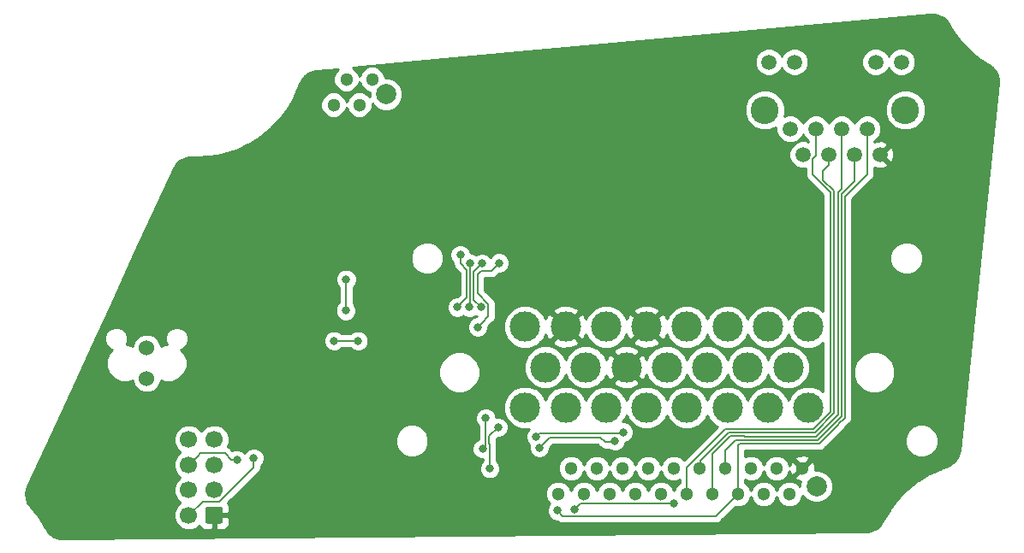
<source format=gbl>
G04 #@! TF.GenerationSoftware,KiCad,Pcbnew,5.0.2-bee76a0~70~ubuntu18.04.1*
G04 #@! TF.CreationDate,2019-04-11T23:01:23-04:00*
G04 #@! TF.ProjectId,interface_rev2,696e7465-7266-4616-9365-5f726576322e,rev?*
G04 #@! TF.SameCoordinates,Original*
G04 #@! TF.FileFunction,Copper,L2,Bot*
G04 #@! TF.FilePolarity,Positive*
%FSLAX46Y46*%
G04 Gerber Fmt 4.6, Leading zero omitted, Abs format (unit mm)*
G04 Created by KiCad (PCBNEW 5.0.2-bee76a0~70~ubuntu18.04.1) date Thu 11 Apr 2019 11:01:23 PM EDT*
%MOMM*%
%LPD*%
G01*
G04 APERTURE LIST*
G04 #@! TA.AperFunction,ComponentPad*
%ADD10C,1.524000*%
G04 #@! TD*
G04 #@! TA.AperFunction,ComponentPad*
%ADD11C,3.000000*%
G04 #@! TD*
G04 #@! TA.AperFunction,ComponentPad*
%ADD12C,2.750000*%
G04 #@! TD*
G04 #@! TA.AperFunction,ComponentPad*
%ADD13C,1.500000*%
G04 #@! TD*
G04 #@! TA.AperFunction,ComponentPad*
%ADD14C,2.000000*%
G04 #@! TD*
G04 #@! TA.AperFunction,ComponentPad*
%ADD15C,1.300000*%
G04 #@! TD*
G04 #@! TA.AperFunction,ComponentPad*
%ADD16C,1.700000*%
G04 #@! TD*
G04 #@! TA.AperFunction,Conductor*
%ADD17C,2.000000*%
G04 #@! TD*
G04 #@! TA.AperFunction,ViaPad*
%ADD18C,0.800000*%
G04 #@! TD*
G04 #@! TA.AperFunction,Conductor*
%ADD19C,0.152400*%
G04 #@! TD*
G04 #@! TA.AperFunction,Conductor*
%ADD20C,0.254000*%
G04 #@! TD*
G04 APERTURE END LIST*
D10*
G04 #@! TO.P,J1,2*
G04 #@! TO.N,/BOTS->ESTOP*
X116459000Y-109804200D03*
G04 #@! TO.P,J1,1*
G04 #@! TO.N,/ESTOP->HVD*
X116459000Y-112801400D03*
G04 #@! TD*
D11*
G04 #@! TO.P,J3,1*
G04 #@! TO.N,/IS->BOTS*
X181895000Y-107696500D03*
G04 #@! TO.P,J3,9*
G04 #@! TO.N,/BSPD->IS*
X179895000Y-111696500D03*
G04 #@! TO.P,J3,16*
G04 #@! TO.N,/Throttle2-*
X181895000Y-115696500D03*
G04 #@! TO.P,J3,2*
G04 #@! TO.N,/IS->BOTS*
X177895000Y-107696500D03*
G04 #@! TO.P,J3,3*
G04 #@! TO.N,/BOTS->ESTOP*
X173895000Y-107696500D03*
G04 #@! TO.P,J3,5*
G04 #@! TO.N,/GND*
X165895000Y-107696500D03*
G04 #@! TO.P,J3,4*
G04 #@! TO.N,/ESTOP->HVD*
X169895000Y-107696500D03*
G04 #@! TO.P,J3,6*
G04 #@! TO.N,/12V*
X161895000Y-107696500D03*
G04 #@! TO.P,J3,7*
G04 #@! TO.N,/GND*
X157895000Y-107696500D03*
G04 #@! TO.P,J3,8*
G04 #@! TO.N,/12V*
X153895000Y-107696500D03*
G04 #@! TO.P,J3,15*
G04 #@! TO.N,/CANH*
X155895000Y-111696500D03*
G04 #@! TO.P,J3,14*
G04 #@! TO.N,/CANL*
X159895000Y-111696500D03*
G04 #@! TO.P,J3,12*
G04 #@! TO.N,/SCL*
X167895000Y-111696500D03*
G04 #@! TO.P,J3,13*
G04 #@! TO.N,/GND*
X163895000Y-111696500D03*
G04 #@! TO.P,J3,11*
G04 #@! TO.N,/SDA*
X171895000Y-111696500D03*
G04 #@! TO.P,J3,10*
G04 #@! TO.N,/BSPD->IS*
X175895000Y-111696500D03*
G04 #@! TO.P,J3,22*
G04 #@! TO.N,/CANL*
X157895000Y-115696500D03*
G04 #@! TO.P,J3,21*
G04 #@! TO.N,/Throttle1+*
X161895000Y-115696500D03*
G04 #@! TO.P,J3,20*
G04 #@! TO.N,/Throttle1_Sense*
X165895000Y-115696500D03*
G04 #@! TO.P,J3,19*
G04 #@! TO.N,/Throttle1-*
X169895000Y-115696500D03*
G04 #@! TO.P,J3,18*
G04 #@! TO.N,/Throttle2+*
X173895000Y-115696500D03*
G04 #@! TO.P,J3,17*
G04 #@! TO.N,/Throttle2_Sense*
X177895000Y-115696500D03*
G04 #@! TO.P,J3,23*
G04 #@! TO.N,/CANH*
X153895000Y-115696500D03*
G04 #@! TD*
D12*
G04 #@! TO.P,U1,14*
G04 #@! TO.N,Net-(U1-Pad14)*
X191490500Y-86220500D03*
G04 #@! TO.P,U1,13*
G04 #@! TO.N,Net-(U1-Pad13)*
X177590500Y-86220500D03*
D13*
G04 #@! TO.P,U1,8*
G04 #@! TO.N,/GND*
X188980500Y-90640500D03*
G04 #@! TO.P,U1,6*
G04 #@! TO.N,/MOSI*
X186440500Y-90640500D03*
G04 #@! TO.P,U1,4*
G04 #@! TO.N,/SCK*
X183900500Y-90640500D03*
G04 #@! TO.P,U1,2*
G04 #@! TO.N,/CANH*
X181360500Y-90640500D03*
G04 #@! TO.P,U1,7*
G04 #@! TO.N,/5V*
X187710500Y-88100500D03*
G04 #@! TO.P,U1,5*
G04 #@! TO.N,/MISO*
X185170500Y-88100500D03*
G04 #@! TO.P,U1,3*
G04 #@! TO.N,/RESET*
X182630500Y-88100500D03*
G04 #@! TO.P,U1,1*
G04 #@! TO.N,/CANL*
X180090500Y-88100500D03*
G04 #@! TO.P,U1,10*
G04 #@! TO.N,/LED1*
X188550500Y-81470500D03*
G04 #@! TO.P,U1,9*
G04 #@! TO.N,Net-(U1-Pad9)*
X191090500Y-81470500D03*
G04 #@! TO.P,U1,11*
G04 #@! TO.N,Net-(U1-Pad11)*
X180530500Y-81470500D03*
G04 #@! TO.P,U1,12*
G04 #@! TO.N,/LED2*
X177990500Y-81470500D03*
G04 #@! TD*
D14*
G04 #@! TO.P,J5,21*
G04 #@! TO.N,N/C*
X182689500Y-123507500D03*
D15*
G04 #@! TO.P,J5,20*
G04 #@! TO.N,/LED2*
X157159500Y-124247500D03*
G04 #@! TO.P,J5,19*
G04 #@! TO.N,/LED1*
X158429500Y-121707500D03*
G04 #@! TO.P,J5,18*
G04 #@! TO.N,/Throttle2-*
X159699500Y-124247500D03*
G04 #@! TO.P,J5,17*
G04 #@! TO.N,/Throttle2_Sense*
X160969500Y-121707500D03*
G04 #@! TO.P,J5,16*
G04 #@! TO.N,/Throttle2+*
X162239500Y-124247500D03*
G04 #@! TO.P,J5,15*
G04 #@! TO.N,/Throttle1-*
X163509500Y-121707500D03*
G04 #@! TO.P,J5,14*
G04 #@! TO.N,/Throttle1_Sense*
X164779500Y-124247500D03*
G04 #@! TO.P,J5,13*
G04 #@! TO.N,/Throttle1+*
X166049500Y-121707500D03*
G04 #@! TO.P,J5,12*
G04 #@! TO.N,/CANL*
X167319500Y-124247500D03*
G04 #@! TO.P,J5,11*
G04 #@! TO.N,/CANH*
X168589500Y-121707500D03*
G04 #@! TO.P,J5,10*
G04 #@! TO.N,/RESET*
X169859500Y-124247500D03*
G04 #@! TO.P,J5,9*
G04 #@! TO.N,/SCK*
X171129500Y-121707500D03*
G04 #@! TO.P,J5,8*
G04 #@! TO.N,/MISO*
X172399500Y-124247500D03*
G04 #@! TO.P,J5,6*
G04 #@! TO.N,/5V*
X174939500Y-124247500D03*
G04 #@! TO.P,J5,4*
G04 #@! TO.N,/Drive_Select_Sense*
X177479500Y-124247500D03*
G04 #@! TO.P,J5,2*
G04 #@! TO.N,/12V*
X180019500Y-124247500D03*
G04 #@! TO.P,J5,7*
G04 #@! TO.N,/MOSI*
X173669500Y-121707500D03*
G04 #@! TO.P,J5,1*
G04 #@! TO.N,/GND*
X181289500Y-121707500D03*
G04 #@! TO.P,J5,3*
G04 #@! TO.N,/Drive_Select+*
X178749500Y-121707500D03*
G04 #@! TO.P,J5,5*
G04 #@! TO.N,/Drive_Select-*
X176209500Y-121707500D03*
G04 #@! TD*
D16*
G04 #@! TO.P,J2,8*
G04 #@! TO.N,Net-(J2-Pad8)*
X120626500Y-118865000D03*
G04 #@! TO.P,J2,7*
G04 #@! TO.N,/Drive_Select-*
X120626500Y-121365000D03*
G04 #@! TO.P,J2,6*
G04 #@! TO.N,/Drive_Select_Sense*
X120626500Y-123865000D03*
G04 #@! TO.P,J2,5*
G04 #@! TO.N,/Drive_Select+*
X120626500Y-126365000D03*
G04 #@! TO.P,J2,4*
G04 #@! TO.N,/SCL*
X123126500Y-118865000D03*
G04 #@! TO.P,J2,3*
G04 #@! TO.N,/SDA*
X123126500Y-121365000D03*
G04 #@! TO.P,J2,2*
G04 #@! TO.N,/5V*
X123126500Y-123865000D03*
D17*
G04 #@! TD*
G04 #@! TO.N,/GND*
G04 #@! TO.C,J2*
G36*
X123751004Y-125516204D02*
X123775273Y-125519804D01*
X123799071Y-125525765D01*
X123822171Y-125534030D01*
X123844349Y-125544520D01*
X123865393Y-125557133D01*
X123885098Y-125571747D01*
X123903277Y-125588223D01*
X123919753Y-125606402D01*
X123934367Y-125626107D01*
X123946980Y-125647151D01*
X123957470Y-125669329D01*
X123965735Y-125692429D01*
X123971696Y-125716227D01*
X123975296Y-125740496D01*
X123976500Y-125765000D01*
X123976500Y-126965000D01*
X123975296Y-126989504D01*
X123971696Y-127013773D01*
X123965735Y-127037571D01*
X123957470Y-127060671D01*
X123946980Y-127082849D01*
X123934367Y-127103893D01*
X123919753Y-127123598D01*
X123903277Y-127141777D01*
X123885098Y-127158253D01*
X123865393Y-127172867D01*
X123844349Y-127185480D01*
X123822171Y-127195970D01*
X123799071Y-127204235D01*
X123775273Y-127210196D01*
X123751004Y-127213796D01*
X123726500Y-127215000D01*
X122526500Y-127215000D01*
X122501996Y-127213796D01*
X122477727Y-127210196D01*
X122453929Y-127204235D01*
X122430829Y-127195970D01*
X122408651Y-127185480D01*
X122387607Y-127172867D01*
X122367902Y-127158253D01*
X122349723Y-127141777D01*
X122333247Y-127123598D01*
X122318633Y-127103893D01*
X122306020Y-127082849D01*
X122295530Y-127060671D01*
X122287265Y-127037571D01*
X122281304Y-127013773D01*
X122277704Y-126989504D01*
X122276500Y-126965000D01*
X122276500Y-125765000D01*
X122277704Y-125740496D01*
X122281304Y-125716227D01*
X122287265Y-125692429D01*
X122295530Y-125669329D01*
X122306020Y-125647151D01*
X122318633Y-125626107D01*
X122333247Y-125606402D01*
X122349723Y-125588223D01*
X122367902Y-125571747D01*
X122387607Y-125557133D01*
X122408651Y-125544520D01*
X122430829Y-125534030D01*
X122453929Y-125525765D01*
X122477727Y-125519804D01*
X122501996Y-125516204D01*
X122526500Y-125515000D01*
X123726500Y-125515000D01*
X123751004Y-125516204D01*
X123751004Y-125516204D01*
G37*
D16*
G04 #@! TO.P,J2,1*
G04 #@! TO.N,/GND*
X123126500Y-126365000D03*
G04 #@! TD*
D14*
G04 #@! TO.P,J4,5*
G04 #@! TO.N,N/C*
X140147500Y-84669500D03*
D15*
G04 #@! TO.P,J4,4*
G04 #@! TO.N,Net-(J4-Pad4)*
X134937500Y-85709500D03*
G04 #@! TO.P,J4,2*
G04 #@! TO.N,/IS->BOTS*
X137477500Y-85709500D03*
G04 #@! TO.P,J4,1*
G04 #@! TO.N,/BOTS->ESTOP*
X138747500Y-83169500D03*
G04 #@! TO.P,J4,3*
G04 #@! TO.N,/ESTOP->HVD*
X136207500Y-83169500D03*
G04 #@! TD*
D18*
G04 #@! TO.N,/ESTOP->HVD*
X136194800Y-102997000D03*
X136144000Y-106095800D03*
G04 #@! TO.N,/GND*
X182753000Y-97383600D03*
X182676800Y-101879400D03*
X187274200Y-101955600D03*
X187299600Y-97561400D03*
X182702200Y-98755200D03*
X182626000Y-100279200D03*
X187325000Y-98755200D03*
X187325000Y-100177600D03*
G04 #@! TO.N,/5V*
X157073600Y-125907800D03*
G04 #@! TO.N,/SCL*
X135001000Y-109093000D03*
X137363200Y-109093000D03*
G04 #@! TO.N,/Drive_Select+*
X154990800Y-118567200D03*
X127050800Y-120700800D03*
X163562858Y-118140166D03*
G04 #@! TO.N,/Drive_Select_Sense*
X168579800Y-125206200D03*
X158750000Y-125780800D03*
G04 #@! TO.N,/Drive_Select-*
X155295600Y-119684800D03*
X125399800Y-120878600D03*
X162763200Y-119024400D03*
G04 #@! TO.N,/CANL*
X149631400Y-101422200D03*
X149555200Y-105752810D03*
G04 #@! TO.N,/CANH*
X151307800Y-101371400D03*
X149199600Y-107721400D03*
G04 #@! TO.N,/LED1*
X147472400Y-100558600D03*
X147167600Y-105752810D03*
X149987000Y-116763800D03*
X149682200Y-119786400D03*
G04 #@! TO.N,/LED2*
X148463000Y-101422200D03*
X148386800Y-105752810D03*
X151206200Y-117652800D03*
X150393400Y-121742200D03*
G04 #@! TD*
D19*
G04 #@! TO.N,/ESTOP->HVD*
X136194800Y-102997000D02*
X136194800Y-106045000D01*
X136194800Y-106045000D02*
X136144000Y-106095800D01*
G04 #@! TO.N,/5V*
X187710500Y-88100500D02*
X187710500Y-92578500D01*
X185518410Y-116695399D02*
X184863505Y-117350303D01*
X187710500Y-92578500D02*
X185518410Y-94770590D01*
X185518410Y-94770590D02*
X185518410Y-116695399D01*
X184863505Y-117350303D02*
X184863505Y-117371095D01*
X182962580Y-119272020D02*
X175088580Y-119272020D01*
X184863505Y-117371095D02*
X182962580Y-119272020D01*
X174939500Y-119421100D02*
X174939500Y-124247500D01*
X175088580Y-119272020D02*
X174939500Y-119421100D01*
X157622801Y-126457001D02*
X157073600Y-125907800D01*
X174939500Y-124247500D02*
X172729999Y-126457001D01*
X172729999Y-126457001D02*
X157622801Y-126457001D01*
G04 #@! TO.N,/SCL*
X135001000Y-109093000D02*
X137363200Y-109093000D01*
G04 #@! TO.N,/Drive_Select+*
X155270200Y-118287800D02*
X154990800Y-118567200D01*
X123667077Y-124991201D02*
X127050800Y-121607478D01*
X120626500Y-126365000D02*
X122000299Y-124991201D01*
X122000299Y-124991201D02*
X123667077Y-124991201D01*
X127050800Y-121607478D02*
X127050800Y-120700800D01*
X161975800Y-118287800D02*
X155270200Y-118287800D01*
X161975800Y-118287800D02*
X163415224Y-118287800D01*
X163415224Y-118287800D02*
X163562858Y-118140166D01*
G04 #@! TO.N,/Drive_Select_Sense*
X168579800Y-125206200D02*
X159324600Y-125206200D01*
X159324600Y-125206200D02*
X158750000Y-125780800D01*
G04 #@! TO.N,/Drive_Select-*
X121476499Y-120515001D02*
X120626500Y-121365000D01*
X121752701Y-120238799D02*
X121476499Y-120515001D01*
X124194314Y-120238799D02*
X121752701Y-120238799D01*
X124834115Y-120878600D02*
X124194314Y-120238799D01*
X125399800Y-120878600D02*
X124834115Y-120878600D01*
X155295600Y-119684800D02*
X156337000Y-118643400D01*
X156337000Y-118643400D02*
X158851600Y-118643400D01*
X158851600Y-118643400D02*
X158854790Y-118640210D01*
X158854790Y-118640210D02*
X161327432Y-118640210D01*
X161327432Y-118640210D02*
X161813222Y-119126000D01*
X162661600Y-119126000D02*
X162763200Y-119024400D01*
X161813222Y-119126000D02*
X162661600Y-119126000D01*
G04 #@! TO.N,/CANL*
X149631400Y-105676610D02*
X149555200Y-105752810D01*
X149631400Y-101422200D02*
X148815410Y-102238190D01*
X148815410Y-105013020D02*
X149555200Y-105752810D01*
X148815410Y-102238190D02*
X148815410Y-105013020D01*
G04 #@! TO.N,/CANH*
X151307800Y-101371400D02*
X150545800Y-102133400D01*
X150545800Y-102133400D02*
X149529800Y-102133400D01*
X149529800Y-102133400D02*
X149174200Y-102489000D01*
X149599599Y-107321401D02*
X149199600Y-107721400D01*
X150231401Y-106689599D02*
X149599599Y-107321401D01*
X150231401Y-105428233D02*
X150231401Y-106689599D01*
X149174200Y-104371032D02*
X150231401Y-105428233D01*
X149174200Y-102489000D02*
X149174200Y-104371032D01*
G04 #@! TO.N,/MOSI*
X186440500Y-90640500D02*
X186440500Y-93315100D01*
X186440500Y-93315100D02*
X185166000Y-94589600D01*
X185166000Y-116549426D02*
X182795817Y-118919610D01*
X185166000Y-94589600D02*
X185166000Y-116549426D01*
X182795817Y-118919610D02*
X174678990Y-118919610D01*
X173669500Y-119929100D02*
X173669500Y-121707500D01*
X174678990Y-118919610D02*
X173669500Y-119929100D01*
G04 #@! TO.N,/MISO*
X172399500Y-120300482D02*
X172399500Y-124247500D01*
X174189962Y-118510020D02*
X172399500Y-120300482D01*
X175558420Y-118510020D02*
X174189962Y-118510020D01*
X185170500Y-88100500D02*
X185170500Y-94023110D01*
X185170500Y-94023110D02*
X184807210Y-94386400D01*
X184807210Y-94386400D02*
X184807210Y-116409834D01*
X184807210Y-116409834D02*
X182649844Y-118567200D01*
X182649844Y-118567200D02*
X175615600Y-118567200D01*
X175615600Y-118567200D02*
X175558420Y-118510020D01*
G04 #@! TO.N,/SCK*
X174043990Y-118157610D02*
X171246800Y-120954800D01*
X182561051Y-118157610D02*
X174043990Y-118157610D01*
X171246800Y-120954800D02*
X171246800Y-121590200D01*
X183900500Y-91701160D02*
X183362600Y-92239060D01*
X171246800Y-121590200D02*
X171129500Y-121707500D01*
X183900500Y-90640500D02*
X183900500Y-91701160D01*
X183362600Y-92239060D02*
X183362600Y-93151418D01*
X183362600Y-93151418D02*
X184454800Y-94243618D01*
X184454800Y-94243618D02*
X184454800Y-116263861D01*
X184454800Y-116263861D02*
X182561051Y-118157610D01*
G04 #@! TO.N,/RESET*
X169859500Y-121606722D02*
X173661022Y-117805200D01*
X169859500Y-124247500D02*
X169859500Y-121606722D01*
X182415078Y-117805200D02*
X184073800Y-116146478D01*
X173661022Y-117805200D02*
X182415078Y-117805200D01*
X182321200Y-92608400D02*
X182321200Y-91059000D01*
X184073800Y-94361000D02*
X182321200Y-92608400D01*
X184073800Y-116146478D02*
X184073800Y-94361000D01*
X182630500Y-90749700D02*
X182321200Y-91059000D01*
X182630500Y-88100500D02*
X182630500Y-90749700D01*
G04 #@! TO.N,/LED1*
X147472400Y-105448010D02*
X147167600Y-105752810D01*
X149987000Y-116763800D02*
X149987000Y-119481600D01*
X149987000Y-119481600D02*
X149682200Y-119786400D01*
X147472400Y-100558600D02*
X147472400Y-101447600D01*
X147472400Y-101447600D02*
X148107400Y-102082600D01*
X148107400Y-104813010D02*
X147167600Y-105752810D01*
X148107400Y-102082600D02*
X148107400Y-104813010D01*
G04 #@! TO.N,/LED2*
X148463000Y-105676610D02*
X148386800Y-105752810D01*
X148463000Y-101422200D02*
X148463000Y-105676610D01*
X151206200Y-117652800D02*
X150339410Y-118519590D01*
X150339410Y-118519590D02*
X150339410Y-119253000D01*
X150393400Y-119306990D02*
X150393400Y-121742200D01*
X150339410Y-119253000D02*
X150393400Y-119306990D01*
G04 #@! TD*
D20*
G04 #@! TO.N,/GND*
G36*
X194423451Y-76767846D02*
X194856260Y-76894583D01*
X195243962Y-77124978D01*
X195575547Y-77457971D01*
X195732611Y-77696223D01*
X195921646Y-78020504D01*
X195938535Y-78045695D01*
X195954329Y-78071602D01*
X196676451Y-79104087D01*
X196733997Y-79176255D01*
X197579829Y-80110093D01*
X197599635Y-80129374D01*
X197645967Y-80174479D01*
X198602171Y-80994941D01*
X198675857Y-81050530D01*
X199708075Y-81731954D01*
X200123786Y-82045568D01*
X200404960Y-82398180D01*
X200589609Y-82809636D01*
X200669344Y-83272748D01*
X200661018Y-83550735D01*
X196837162Y-119932301D01*
X196723535Y-120416751D01*
X196514592Y-120816422D01*
X196212825Y-121151568D01*
X195821411Y-121411623D01*
X195555997Y-121519480D01*
X195144145Y-121662343D01*
X195115154Y-121674489D01*
X195085717Y-121685454D01*
X193934966Y-122198528D01*
X193934960Y-122198530D01*
X193853184Y-122241336D01*
X192775809Y-122894595D01*
X192722742Y-122931520D01*
X192700044Y-122947313D01*
X191713038Y-123730451D01*
X191644477Y-123792249D01*
X190763407Y-124692918D01*
X190717809Y-124745800D01*
X190703133Y-124762821D01*
X189941894Y-125766813D01*
X189907060Y-125819304D01*
X189890856Y-125843721D01*
X189273000Y-126915184D01*
X188985047Y-127349085D01*
X188650056Y-127651032D01*
X188250498Y-127860184D01*
X187791828Y-127968019D01*
X187545136Y-127976367D01*
X108274850Y-128675199D01*
X107762512Y-128639039D01*
X107334670Y-128496408D01*
X106955742Y-128251859D01*
X106635864Y-127905972D01*
X106497585Y-127679993D01*
X106493755Y-127672628D01*
X106481500Y-127652296D01*
X106470520Y-127631272D01*
X105818267Y-126553286D01*
X105765620Y-126477471D01*
X104997739Y-125507840D01*
X104700721Y-125080116D01*
X104543690Y-124657348D01*
X104496730Y-124208808D01*
X104565316Y-123745649D01*
X104668110Y-123465843D01*
X106922327Y-118569615D01*
X119141500Y-118569615D01*
X119141500Y-119160385D01*
X119367578Y-119706185D01*
X119776393Y-120115000D01*
X119367578Y-120523815D01*
X119141500Y-121069615D01*
X119141500Y-121660385D01*
X119367578Y-122206185D01*
X119776393Y-122615000D01*
X119367578Y-123023815D01*
X119141500Y-123569615D01*
X119141500Y-124160385D01*
X119367578Y-124706185D01*
X119776393Y-125115000D01*
X119367578Y-125523815D01*
X119141500Y-126069615D01*
X119141500Y-126660385D01*
X119367578Y-127206185D01*
X119785315Y-127623922D01*
X120331115Y-127850000D01*
X120921885Y-127850000D01*
X121467685Y-127623922D01*
X121673366Y-127418241D01*
X121738173Y-127574699D01*
X121916802Y-127753327D01*
X122150191Y-127850000D01*
X122840750Y-127850000D01*
X122999500Y-127691250D01*
X122999500Y-126492000D01*
X123253500Y-126492000D01*
X123253500Y-127691250D01*
X123412250Y-127850000D01*
X124102809Y-127850000D01*
X124336198Y-127753327D01*
X124514827Y-127574699D01*
X124611500Y-127341310D01*
X124611500Y-126650750D01*
X124452750Y-126492000D01*
X123253500Y-126492000D01*
X122999500Y-126492000D01*
X122979500Y-126492000D01*
X122979500Y-126238000D01*
X122999500Y-126238000D01*
X122999500Y-126218000D01*
X123253500Y-126218000D01*
X123253500Y-126238000D01*
X124452750Y-126238000D01*
X124611500Y-126079250D01*
X124611500Y-125388690D01*
X124514827Y-125155301D01*
X124511796Y-125152270D01*
X127504169Y-122159898D01*
X127563545Y-122120224D01*
X127603220Y-122060847D01*
X127603224Y-122060843D01*
X127710261Y-121900651D01*
X127720736Y-121884974D01*
X127762000Y-121677524D01*
X127762000Y-121677520D01*
X127775932Y-121607478D01*
X127762000Y-121537436D01*
X127762000Y-121453311D01*
X127928231Y-121287080D01*
X128085800Y-120906674D01*
X128085800Y-120494926D01*
X127928231Y-120114520D01*
X127637080Y-119823369D01*
X127256674Y-119665800D01*
X126844926Y-119665800D01*
X126464520Y-119823369D01*
X126173369Y-120114520D01*
X126151713Y-120166802D01*
X125986080Y-120001169D01*
X125605674Y-119843600D01*
X125193926Y-119843600D01*
X124918845Y-119957542D01*
X124746738Y-119785435D01*
X124707060Y-119726053D01*
X124471810Y-119568863D01*
X124444549Y-119563440D01*
X124611500Y-119160385D01*
X124611500Y-118671278D01*
X141060000Y-118671278D01*
X141060000Y-119321722D01*
X141308914Y-119922653D01*
X141768847Y-120382586D01*
X142369778Y-120631500D01*
X143020222Y-120631500D01*
X143621153Y-120382586D01*
X144081086Y-119922653D01*
X144222799Y-119580526D01*
X148647200Y-119580526D01*
X148647200Y-119992274D01*
X148804769Y-120372680D01*
X149095920Y-120663831D01*
X149476326Y-120821400D01*
X149682201Y-120821400D01*
X149682201Y-120989688D01*
X149515969Y-121155920D01*
X149358400Y-121536326D01*
X149358400Y-121948074D01*
X149515969Y-122328480D01*
X149807120Y-122619631D01*
X150187526Y-122777200D01*
X150599274Y-122777200D01*
X150979680Y-122619631D01*
X151270831Y-122328480D01*
X151428400Y-121948074D01*
X151428400Y-121536326D01*
X151270831Y-121155920D01*
X151104600Y-120989689D01*
X151104600Y-119377031D01*
X151118532Y-119306989D01*
X151104600Y-119236948D01*
X151104600Y-119236944D01*
X151063336Y-119029494D01*
X151050610Y-119010448D01*
X151050610Y-118814178D01*
X151176988Y-118687800D01*
X151412074Y-118687800D01*
X151792480Y-118530231D01*
X152083631Y-118239080D01*
X152241200Y-117858674D01*
X152241200Y-117446926D01*
X152083631Y-117066520D01*
X151792480Y-116775369D01*
X151412074Y-116617800D01*
X151022000Y-116617800D01*
X151022000Y-116557926D01*
X150864431Y-116177520D01*
X150573280Y-115886369D01*
X150192874Y-115728800D01*
X149781126Y-115728800D01*
X149400720Y-115886369D01*
X149109569Y-116177520D01*
X148952000Y-116557926D01*
X148952000Y-116969674D01*
X149109569Y-117350080D01*
X149275800Y-117516311D01*
X149275801Y-118834460D01*
X149095920Y-118908969D01*
X148804769Y-119200120D01*
X148647200Y-119580526D01*
X144222799Y-119580526D01*
X144330000Y-119321722D01*
X144330000Y-118671278D01*
X144081086Y-118070347D01*
X143621153Y-117610414D01*
X143020222Y-117361500D01*
X142369778Y-117361500D01*
X141768847Y-117610414D01*
X141308914Y-118070347D01*
X141060000Y-118671278D01*
X124611500Y-118671278D01*
X124611500Y-118569615D01*
X124385422Y-118023815D01*
X123967685Y-117606078D01*
X123421885Y-117380000D01*
X122831115Y-117380000D01*
X122285315Y-117606078D01*
X121876500Y-118014893D01*
X121467685Y-117606078D01*
X120921885Y-117380000D01*
X120331115Y-117380000D01*
X119785315Y-117606078D01*
X119367578Y-118023815D01*
X119141500Y-118569615D01*
X106922327Y-118569615D01*
X108440626Y-115271822D01*
X151760000Y-115271822D01*
X151760000Y-116121178D01*
X152085034Y-116905880D01*
X152685620Y-117506466D01*
X153470322Y-117831500D01*
X154262789Y-117831500D01*
X154113369Y-117980920D01*
X153955800Y-118361326D01*
X153955800Y-118773074D01*
X154113369Y-119153480D01*
X154312798Y-119352909D01*
X154260600Y-119478926D01*
X154260600Y-119890674D01*
X154418169Y-120271080D01*
X154709320Y-120562231D01*
X155089726Y-120719800D01*
X155501474Y-120719800D01*
X155881880Y-120562231D01*
X156173031Y-120271080D01*
X156330600Y-119890674D01*
X156330600Y-119655589D01*
X156631589Y-119354600D01*
X158781559Y-119354600D01*
X158851600Y-119368532D01*
X158921641Y-119354600D01*
X158921646Y-119354600D01*
X158937683Y-119351410D01*
X161032844Y-119351410D01*
X161260800Y-119579366D01*
X161300476Y-119638746D01*
X161359855Y-119678422D01*
X161359857Y-119678424D01*
X161430138Y-119725384D01*
X161535726Y-119795936D01*
X161743176Y-119837200D01*
X161743180Y-119837200D01*
X161813222Y-119851132D01*
X161883264Y-119837200D01*
X162112289Y-119837200D01*
X162176920Y-119901831D01*
X162557326Y-120059400D01*
X162969074Y-120059400D01*
X163349480Y-119901831D01*
X163640631Y-119610680D01*
X163798200Y-119230274D01*
X163798200Y-119162960D01*
X164149138Y-119017597D01*
X164440289Y-118726446D01*
X164597858Y-118346040D01*
X164597858Y-117934292D01*
X164440289Y-117553886D01*
X164149138Y-117262735D01*
X163768732Y-117105166D01*
X163505680Y-117105166D01*
X163704966Y-116905880D01*
X163895000Y-116447097D01*
X164085034Y-116905880D01*
X164685620Y-117506466D01*
X165470322Y-117831500D01*
X166319678Y-117831500D01*
X167104380Y-117506466D01*
X167704966Y-116905880D01*
X167895000Y-116447097D01*
X168085034Y-116905880D01*
X168685620Y-117506466D01*
X169470322Y-117831500D01*
X170319678Y-117831500D01*
X171104380Y-117506466D01*
X171704966Y-116905880D01*
X171895000Y-116447097D01*
X172085034Y-116905880D01*
X172685620Y-117506466D01*
X172875370Y-117585063D01*
X169579849Y-120880584D01*
X169317394Y-120618129D01*
X168845102Y-120422500D01*
X168333898Y-120422500D01*
X167861606Y-120618129D01*
X167500129Y-120979606D01*
X167319500Y-121415685D01*
X167138871Y-120979606D01*
X166777394Y-120618129D01*
X166305102Y-120422500D01*
X165793898Y-120422500D01*
X165321606Y-120618129D01*
X164960129Y-120979606D01*
X164779500Y-121415685D01*
X164598871Y-120979606D01*
X164237394Y-120618129D01*
X163765102Y-120422500D01*
X163253898Y-120422500D01*
X162781606Y-120618129D01*
X162420129Y-120979606D01*
X162239500Y-121415685D01*
X162058871Y-120979606D01*
X161697394Y-120618129D01*
X161225102Y-120422500D01*
X160713898Y-120422500D01*
X160241606Y-120618129D01*
X159880129Y-120979606D01*
X159699500Y-121415685D01*
X159518871Y-120979606D01*
X159157394Y-120618129D01*
X158685102Y-120422500D01*
X158173898Y-120422500D01*
X157701606Y-120618129D01*
X157340129Y-120979606D01*
X157144500Y-121451898D01*
X157144500Y-121963102D01*
X157340129Y-122435394D01*
X157701606Y-122796871D01*
X158173898Y-122992500D01*
X158685102Y-122992500D01*
X159157394Y-122796871D01*
X159518871Y-122435394D01*
X159699500Y-121999315D01*
X159880129Y-122435394D01*
X160241606Y-122796871D01*
X160713898Y-122992500D01*
X161225102Y-122992500D01*
X161697394Y-122796871D01*
X162058871Y-122435394D01*
X162239500Y-121999315D01*
X162420129Y-122435394D01*
X162781606Y-122796871D01*
X163253898Y-122992500D01*
X163765102Y-122992500D01*
X164237394Y-122796871D01*
X164598871Y-122435394D01*
X164779500Y-121999315D01*
X164960129Y-122435394D01*
X165321606Y-122796871D01*
X165793898Y-122992500D01*
X166305102Y-122992500D01*
X166777394Y-122796871D01*
X167138871Y-122435394D01*
X167319500Y-121999315D01*
X167500129Y-122435394D01*
X167861606Y-122796871D01*
X168333898Y-122992500D01*
X168845102Y-122992500D01*
X169148301Y-122866912D01*
X169148300Y-123151214D01*
X169131606Y-123158129D01*
X168770129Y-123519606D01*
X168589500Y-123955685D01*
X168408871Y-123519606D01*
X168047394Y-123158129D01*
X167575102Y-122962500D01*
X167063898Y-122962500D01*
X166591606Y-123158129D01*
X166230129Y-123519606D01*
X166049500Y-123955685D01*
X165868871Y-123519606D01*
X165507394Y-123158129D01*
X165035102Y-122962500D01*
X164523898Y-122962500D01*
X164051606Y-123158129D01*
X163690129Y-123519606D01*
X163509500Y-123955685D01*
X163328871Y-123519606D01*
X162967394Y-123158129D01*
X162495102Y-122962500D01*
X161983898Y-122962500D01*
X161511606Y-123158129D01*
X161150129Y-123519606D01*
X160969500Y-123955685D01*
X160788871Y-123519606D01*
X160427394Y-123158129D01*
X159955102Y-122962500D01*
X159443898Y-122962500D01*
X158971606Y-123158129D01*
X158610129Y-123519606D01*
X158429500Y-123955685D01*
X158248871Y-123519606D01*
X157887394Y-123158129D01*
X157415102Y-122962500D01*
X156903898Y-122962500D01*
X156431606Y-123158129D01*
X156070129Y-123519606D01*
X155874500Y-123991898D01*
X155874500Y-124503102D01*
X156070129Y-124975394D01*
X156306212Y-125211477D01*
X156196169Y-125321520D01*
X156038600Y-125701926D01*
X156038600Y-126113674D01*
X156196169Y-126494080D01*
X156487320Y-126785231D01*
X156867726Y-126942800D01*
X157092049Y-126942800D01*
X157110055Y-126969747D01*
X157345305Y-127126937D01*
X157552755Y-127168201D01*
X157552759Y-127168201D01*
X157622801Y-127182133D01*
X157692843Y-127168201D01*
X172659958Y-127168201D01*
X172729999Y-127182133D01*
X172800040Y-127168201D01*
X172800045Y-127168201D01*
X173007495Y-127126937D01*
X173242745Y-126969747D01*
X173282423Y-126910365D01*
X174667204Y-125525585D01*
X174683898Y-125532500D01*
X175195102Y-125532500D01*
X175667394Y-125336871D01*
X176028871Y-124975394D01*
X176209500Y-124539315D01*
X176390129Y-124975394D01*
X176751606Y-125336871D01*
X177223898Y-125532500D01*
X177735102Y-125532500D01*
X178207394Y-125336871D01*
X178568871Y-124975394D01*
X178749500Y-124539315D01*
X178930129Y-124975394D01*
X179291606Y-125336871D01*
X179763898Y-125532500D01*
X180275102Y-125532500D01*
X180747394Y-125336871D01*
X181108871Y-124975394D01*
X181304500Y-124503102D01*
X181304500Y-124434739D01*
X181763347Y-124893586D01*
X182364278Y-125142500D01*
X183014722Y-125142500D01*
X183615653Y-124893586D01*
X184075586Y-124433653D01*
X184324500Y-123832722D01*
X184324500Y-123182278D01*
X184075586Y-122581347D01*
X183615653Y-122121414D01*
X183014722Y-121872500D01*
X182586200Y-121872500D01*
X182557583Y-121378072D01*
X182419111Y-121043771D01*
X182188516Y-120988090D01*
X181469105Y-121707500D01*
X181483248Y-121721643D01*
X181303643Y-121901248D01*
X181289500Y-121887105D01*
X180570090Y-122606516D01*
X180625771Y-122837111D01*
X181108578Y-123005122D01*
X181128355Y-123003977D01*
X181054500Y-123182278D01*
X181054500Y-123465235D01*
X180747394Y-123158129D01*
X180275102Y-122962500D01*
X179763898Y-122962500D01*
X179291606Y-123158129D01*
X178930129Y-123519606D01*
X178749500Y-123955685D01*
X178568871Y-123519606D01*
X178207394Y-123158129D01*
X177735102Y-122962500D01*
X177223898Y-122962500D01*
X176751606Y-123158129D01*
X176390129Y-123519606D01*
X176209500Y-123955685D01*
X176028871Y-123519606D01*
X175667394Y-123158129D01*
X175650700Y-123151214D01*
X175650700Y-122866912D01*
X175953898Y-122992500D01*
X176465102Y-122992500D01*
X176937394Y-122796871D01*
X177298871Y-122435394D01*
X177479500Y-121999315D01*
X177660129Y-122435394D01*
X178021606Y-122796871D01*
X178493898Y-122992500D01*
X179005102Y-122992500D01*
X179477394Y-122796871D01*
X179838871Y-122435394D01*
X180019272Y-121999866D01*
X180021417Y-122036928D01*
X180159889Y-122371229D01*
X180390484Y-122426910D01*
X181109895Y-121707500D01*
X180390484Y-120988090D01*
X180159889Y-121043771D01*
X180025460Y-121430074D01*
X179838871Y-120979606D01*
X179667749Y-120808484D01*
X180570090Y-120808484D01*
X181289500Y-121527895D01*
X182008910Y-120808484D01*
X181953229Y-120577889D01*
X181470422Y-120409878D01*
X180960072Y-120439417D01*
X180625771Y-120577889D01*
X180570090Y-120808484D01*
X179667749Y-120808484D01*
X179477394Y-120618129D01*
X179005102Y-120422500D01*
X178493898Y-120422500D01*
X178021606Y-120618129D01*
X177660129Y-120979606D01*
X177479500Y-121415685D01*
X177298871Y-120979606D01*
X176937394Y-120618129D01*
X176465102Y-120422500D01*
X175953898Y-120422500D01*
X175650700Y-120548088D01*
X175650700Y-119983220D01*
X182892539Y-119983220D01*
X182962580Y-119997152D01*
X183032621Y-119983220D01*
X183032626Y-119983220D01*
X183240076Y-119941956D01*
X183475326Y-119784766D01*
X183515004Y-119725384D01*
X184569110Y-118671278D01*
X191460000Y-118671278D01*
X191460000Y-119321722D01*
X191708914Y-119922653D01*
X192168847Y-120382586D01*
X192769778Y-120631500D01*
X193420222Y-120631500D01*
X194021153Y-120382586D01*
X194481086Y-119922653D01*
X194730000Y-119321722D01*
X194730000Y-118671278D01*
X194481086Y-118070347D01*
X194021153Y-117610414D01*
X193420222Y-117361500D01*
X192769778Y-117361500D01*
X192168847Y-117610414D01*
X191708914Y-118070347D01*
X191460000Y-118671278D01*
X184569110Y-118671278D01*
X185316872Y-117923517D01*
X185376251Y-117883841D01*
X185415927Y-117824462D01*
X185415929Y-117824460D01*
X185457800Y-117761796D01*
X185971776Y-117247822D01*
X186031156Y-117208145D01*
X186070832Y-117148766D01*
X186070834Y-117148764D01*
X186188345Y-116972897D01*
X186188345Y-116972896D01*
X186188346Y-116972895D01*
X186229610Y-116765445D01*
X186229610Y-116765442D01*
X186243542Y-116695400D01*
X186229610Y-116625358D01*
X186229610Y-111786740D01*
X186335000Y-111786740D01*
X186335000Y-112606260D01*
X186648616Y-113363396D01*
X187228104Y-113942884D01*
X187985240Y-114256500D01*
X188804760Y-114256500D01*
X189561896Y-113942884D01*
X190141384Y-113363396D01*
X190455000Y-112606260D01*
X190455000Y-111786740D01*
X190141384Y-111029604D01*
X189561896Y-110450116D01*
X188804760Y-110136500D01*
X187985240Y-110136500D01*
X187228104Y-110450116D01*
X186648616Y-111029604D01*
X186335000Y-111786740D01*
X186229610Y-111786740D01*
X186229610Y-100571278D01*
X189960000Y-100571278D01*
X189960000Y-101221722D01*
X190208914Y-101822653D01*
X190668847Y-102282586D01*
X191269778Y-102531500D01*
X191920222Y-102531500D01*
X192521153Y-102282586D01*
X192981086Y-101822653D01*
X193230000Y-101221722D01*
X193230000Y-100571278D01*
X192981086Y-99970347D01*
X192521153Y-99510414D01*
X191920222Y-99261500D01*
X191269778Y-99261500D01*
X190668847Y-99510414D01*
X190208914Y-99970347D01*
X189960000Y-100571278D01*
X186229610Y-100571278D01*
X186229610Y-95065178D01*
X188163867Y-93130922D01*
X188223246Y-93091246D01*
X188262922Y-93031867D01*
X188262924Y-93031865D01*
X188380435Y-92855998D01*
X188380435Y-92855997D01*
X188380436Y-92855996D01*
X188421700Y-92648546D01*
X188421700Y-92648543D01*
X188435632Y-92578501D01*
X188421700Y-92508459D01*
X188421700Y-91911726D01*
X188775671Y-92037701D01*
X189325948Y-92009730D01*
X189704423Y-91852960D01*
X189772412Y-91612017D01*
X188980500Y-90820105D01*
X188966358Y-90834248D01*
X188786753Y-90654643D01*
X188800895Y-90640500D01*
X189160105Y-90640500D01*
X189952017Y-91432412D01*
X190192960Y-91364423D01*
X190377701Y-90845329D01*
X190349730Y-90295052D01*
X190192960Y-89916577D01*
X189952017Y-89848588D01*
X189160105Y-90640500D01*
X188800895Y-90640500D01*
X188786753Y-90626358D01*
X188966358Y-90446753D01*
X188980500Y-90460895D01*
X189772412Y-89668983D01*
X189704423Y-89428040D01*
X189185329Y-89243299D01*
X188635052Y-89271270D01*
X188421700Y-89359644D01*
X188421700Y-89305025D01*
X188495040Y-89274647D01*
X188884647Y-88885040D01*
X189095500Y-88375994D01*
X189095500Y-87825006D01*
X188884647Y-87315960D01*
X188495040Y-86926353D01*
X187985994Y-86715500D01*
X187435006Y-86715500D01*
X186925960Y-86926353D01*
X186536353Y-87315960D01*
X186440500Y-87547370D01*
X186344647Y-87315960D01*
X185955040Y-86926353D01*
X185445994Y-86715500D01*
X184895006Y-86715500D01*
X184385960Y-86926353D01*
X183996353Y-87315960D01*
X183900500Y-87547370D01*
X183804647Y-87315960D01*
X183415040Y-86926353D01*
X182905994Y-86715500D01*
X182355006Y-86715500D01*
X181845960Y-86926353D01*
X181456353Y-87315960D01*
X181360500Y-87547370D01*
X181264647Y-87315960D01*
X180875040Y-86926353D01*
X180365994Y-86715500D01*
X179815006Y-86715500D01*
X179508482Y-86842466D01*
X179600500Y-86620314D01*
X179600500Y-85820686D01*
X189480500Y-85820686D01*
X189480500Y-86620314D01*
X189786504Y-87359073D01*
X190351927Y-87924496D01*
X191090686Y-88230500D01*
X191890314Y-88230500D01*
X192629073Y-87924496D01*
X193194496Y-87359073D01*
X193500500Y-86620314D01*
X193500500Y-85820686D01*
X193194496Y-85081927D01*
X192629073Y-84516504D01*
X191890314Y-84210500D01*
X191090686Y-84210500D01*
X190351927Y-84516504D01*
X189786504Y-85081927D01*
X189480500Y-85820686D01*
X179600500Y-85820686D01*
X179294496Y-85081927D01*
X178729073Y-84516504D01*
X177990314Y-84210500D01*
X177190686Y-84210500D01*
X176451927Y-84516504D01*
X175886504Y-85081927D01*
X175580500Y-85820686D01*
X175580500Y-86620314D01*
X175886504Y-87359073D01*
X176451927Y-87924496D01*
X177190686Y-88230500D01*
X177990314Y-88230500D01*
X178705500Y-87934260D01*
X178705500Y-88375994D01*
X178916353Y-88885040D01*
X179305960Y-89274647D01*
X179815006Y-89485500D01*
X180365994Y-89485500D01*
X180875040Y-89274647D01*
X181264647Y-88885040D01*
X181360500Y-88653630D01*
X181456353Y-88885040D01*
X181845960Y-89274647D01*
X181919300Y-89305026D01*
X181919300Y-89372849D01*
X181635994Y-89255500D01*
X181085006Y-89255500D01*
X180575960Y-89466353D01*
X180186353Y-89855960D01*
X179975500Y-90365006D01*
X179975500Y-90915994D01*
X180186353Y-91425040D01*
X180575960Y-91814647D01*
X181085006Y-92025500D01*
X181610000Y-92025500D01*
X181610000Y-92538358D01*
X181596068Y-92608400D01*
X181610000Y-92678441D01*
X181610000Y-92678445D01*
X181651264Y-92885895D01*
X181651265Y-92885896D01*
X181768776Y-93061764D01*
X181768778Y-93061766D01*
X181808454Y-93121145D01*
X181867834Y-93160822D01*
X183362601Y-94655590D01*
X183362600Y-106144754D01*
X183104380Y-105886534D01*
X182319678Y-105561500D01*
X181470322Y-105561500D01*
X180685620Y-105886534D01*
X180085034Y-106487120D01*
X179895000Y-106945903D01*
X179704966Y-106487120D01*
X179104380Y-105886534D01*
X178319678Y-105561500D01*
X177470322Y-105561500D01*
X176685620Y-105886534D01*
X176085034Y-106487120D01*
X175895000Y-106945903D01*
X175704966Y-106487120D01*
X175104380Y-105886534D01*
X174319678Y-105561500D01*
X173470322Y-105561500D01*
X172685620Y-105886534D01*
X172085034Y-106487120D01*
X171895000Y-106945903D01*
X171704966Y-106487120D01*
X171104380Y-105886534D01*
X170319678Y-105561500D01*
X169470322Y-105561500D01*
X168685620Y-105886534D01*
X168085034Y-106487120D01*
X167899180Y-106935812D01*
X167727739Y-106521918D01*
X167408970Y-106362135D01*
X166074605Y-107696500D01*
X167408970Y-109030865D01*
X167727739Y-108871082D01*
X167894457Y-108445785D01*
X168085034Y-108905880D01*
X168685620Y-109506466D01*
X169470322Y-109831500D01*
X170319678Y-109831500D01*
X171104380Y-109506466D01*
X171704966Y-108905880D01*
X171895000Y-108447097D01*
X172085034Y-108905880D01*
X172685620Y-109506466D01*
X173470322Y-109831500D01*
X174319678Y-109831500D01*
X175104380Y-109506466D01*
X175704966Y-108905880D01*
X175895000Y-108447097D01*
X176085034Y-108905880D01*
X176685620Y-109506466D01*
X177470322Y-109831500D01*
X178319678Y-109831500D01*
X179104380Y-109506466D01*
X179704966Y-108905880D01*
X179895000Y-108447097D01*
X180085034Y-108905880D01*
X180685620Y-109506466D01*
X181470322Y-109831500D01*
X182319678Y-109831500D01*
X183104380Y-109506466D01*
X183362600Y-109248246D01*
X183362600Y-114144754D01*
X183104380Y-113886534D01*
X182319678Y-113561500D01*
X181470322Y-113561500D01*
X180685620Y-113886534D01*
X180085034Y-114487120D01*
X179895000Y-114945903D01*
X179704966Y-114487120D01*
X179104380Y-113886534D01*
X178319678Y-113561500D01*
X177470322Y-113561500D01*
X176685620Y-113886534D01*
X176085034Y-114487120D01*
X175895000Y-114945903D01*
X175704966Y-114487120D01*
X175104380Y-113886534D01*
X174319678Y-113561500D01*
X173470322Y-113561500D01*
X172685620Y-113886534D01*
X172085034Y-114487120D01*
X171895000Y-114945903D01*
X171704966Y-114487120D01*
X171104380Y-113886534D01*
X170319678Y-113561500D01*
X169470322Y-113561500D01*
X168685620Y-113886534D01*
X168085034Y-114487120D01*
X167895000Y-114945903D01*
X167704966Y-114487120D01*
X167104380Y-113886534D01*
X166319678Y-113561500D01*
X165470322Y-113561500D01*
X164685620Y-113886534D01*
X164085034Y-114487120D01*
X163895000Y-114945903D01*
X163704966Y-114487120D01*
X163104380Y-113886534D01*
X162319678Y-113561500D01*
X161470322Y-113561500D01*
X160685620Y-113886534D01*
X160085034Y-114487120D01*
X159895000Y-114945903D01*
X159704966Y-114487120D01*
X159104380Y-113886534D01*
X158319678Y-113561500D01*
X157470322Y-113561500D01*
X156685620Y-113886534D01*
X156085034Y-114487120D01*
X155895000Y-114945903D01*
X155704966Y-114487120D01*
X155104380Y-113886534D01*
X154319678Y-113561500D01*
X153470322Y-113561500D01*
X152685620Y-113886534D01*
X152085034Y-114487120D01*
X151760000Y-115271822D01*
X108440626Y-115271822D01*
X111495271Y-108637043D01*
X112318800Y-108637043D01*
X112318800Y-109091757D01*
X112492811Y-109511858D01*
X112814342Y-109833389D01*
X113062392Y-109936134D01*
X112738852Y-110259674D01*
X112458500Y-110936503D01*
X112458500Y-111669097D01*
X112738852Y-112345926D01*
X113256874Y-112863948D01*
X113933703Y-113144300D01*
X114666297Y-113144300D01*
X115062000Y-112980394D01*
X115062000Y-113079281D01*
X115274680Y-113592737D01*
X115667663Y-113985720D01*
X116181119Y-114198400D01*
X116736881Y-114198400D01*
X117250337Y-113985720D01*
X117643320Y-113592737D01*
X117856000Y-113079281D01*
X117856000Y-112980394D01*
X118251703Y-113144300D01*
X118984297Y-113144300D01*
X119661126Y-112863948D01*
X120179148Y-112345926D01*
X120410770Y-111786740D01*
X145335000Y-111786740D01*
X145335000Y-112606260D01*
X145648616Y-113363396D01*
X146228104Y-113942884D01*
X146985240Y-114256500D01*
X147804760Y-114256500D01*
X148561896Y-113942884D01*
X149141384Y-113363396D01*
X149455000Y-112606260D01*
X149455000Y-111786740D01*
X149241714Y-111271822D01*
X153760000Y-111271822D01*
X153760000Y-112121178D01*
X154085034Y-112905880D01*
X154685620Y-113506466D01*
X155470322Y-113831500D01*
X156319678Y-113831500D01*
X157104380Y-113506466D01*
X157704966Y-112905880D01*
X157895000Y-112447097D01*
X158085034Y-112905880D01*
X158685620Y-113506466D01*
X159470322Y-113831500D01*
X160319678Y-113831500D01*
X161104380Y-113506466D01*
X161400376Y-113210470D01*
X162560635Y-113210470D01*
X162720418Y-113529239D01*
X163511187Y-113839223D01*
X164360387Y-113822997D01*
X165069582Y-113529239D01*
X165229365Y-113210470D01*
X163895000Y-111876105D01*
X162560635Y-113210470D01*
X161400376Y-113210470D01*
X161704966Y-112905880D01*
X161890820Y-112457188D01*
X162062261Y-112871082D01*
X162381030Y-113030865D01*
X163715395Y-111696500D01*
X164074605Y-111696500D01*
X165408970Y-113030865D01*
X165727739Y-112871082D01*
X165894457Y-112445785D01*
X166085034Y-112905880D01*
X166685620Y-113506466D01*
X167470322Y-113831500D01*
X168319678Y-113831500D01*
X169104380Y-113506466D01*
X169704966Y-112905880D01*
X169895000Y-112447097D01*
X170085034Y-112905880D01*
X170685620Y-113506466D01*
X171470322Y-113831500D01*
X172319678Y-113831500D01*
X173104380Y-113506466D01*
X173704966Y-112905880D01*
X173895000Y-112447097D01*
X174085034Y-112905880D01*
X174685620Y-113506466D01*
X175470322Y-113831500D01*
X176319678Y-113831500D01*
X177104380Y-113506466D01*
X177704966Y-112905880D01*
X177895000Y-112447097D01*
X178085034Y-112905880D01*
X178685620Y-113506466D01*
X179470322Y-113831500D01*
X180319678Y-113831500D01*
X181104380Y-113506466D01*
X181704966Y-112905880D01*
X182030000Y-112121178D01*
X182030000Y-111271822D01*
X181704966Y-110487120D01*
X181104380Y-109886534D01*
X180319678Y-109561500D01*
X179470322Y-109561500D01*
X178685620Y-109886534D01*
X178085034Y-110487120D01*
X177895000Y-110945903D01*
X177704966Y-110487120D01*
X177104380Y-109886534D01*
X176319678Y-109561500D01*
X175470322Y-109561500D01*
X174685620Y-109886534D01*
X174085034Y-110487120D01*
X173895000Y-110945903D01*
X173704966Y-110487120D01*
X173104380Y-109886534D01*
X172319678Y-109561500D01*
X171470322Y-109561500D01*
X170685620Y-109886534D01*
X170085034Y-110487120D01*
X169895000Y-110945903D01*
X169704966Y-110487120D01*
X169104380Y-109886534D01*
X168319678Y-109561500D01*
X167470322Y-109561500D01*
X166685620Y-109886534D01*
X166085034Y-110487120D01*
X165899180Y-110935812D01*
X165727739Y-110521918D01*
X165408970Y-110362135D01*
X164074605Y-111696500D01*
X163715395Y-111696500D01*
X162381030Y-110362135D01*
X162062261Y-110521918D01*
X161895543Y-110947215D01*
X161704966Y-110487120D01*
X161400376Y-110182530D01*
X162560635Y-110182530D01*
X163895000Y-111516895D01*
X165229365Y-110182530D01*
X165069582Y-109863761D01*
X164278813Y-109553777D01*
X163429613Y-109570003D01*
X162720418Y-109863761D01*
X162560635Y-110182530D01*
X161400376Y-110182530D01*
X161104380Y-109886534D01*
X160319678Y-109561500D01*
X159470322Y-109561500D01*
X158685620Y-109886534D01*
X158085034Y-110487120D01*
X157895000Y-110945903D01*
X157704966Y-110487120D01*
X157104380Y-109886534D01*
X156319678Y-109561500D01*
X155470322Y-109561500D01*
X154685620Y-109886534D01*
X154085034Y-110487120D01*
X153760000Y-111271822D01*
X149241714Y-111271822D01*
X149141384Y-111029604D01*
X148561896Y-110450116D01*
X147804760Y-110136500D01*
X146985240Y-110136500D01*
X146228104Y-110450116D01*
X145648616Y-111029604D01*
X145335000Y-111786740D01*
X120410770Y-111786740D01*
X120459500Y-111669097D01*
X120459500Y-110936503D01*
X120179148Y-110259674D01*
X119855608Y-109936134D01*
X120103658Y-109833389D01*
X120425189Y-109511858D01*
X120599200Y-109091757D01*
X120599200Y-108887126D01*
X133966000Y-108887126D01*
X133966000Y-109298874D01*
X134123569Y-109679280D01*
X134414720Y-109970431D01*
X134795126Y-110128000D01*
X135206874Y-110128000D01*
X135587280Y-109970431D01*
X135753511Y-109804200D01*
X136610689Y-109804200D01*
X136776920Y-109970431D01*
X137157326Y-110128000D01*
X137569074Y-110128000D01*
X137949480Y-109970431D01*
X138240631Y-109679280D01*
X138398200Y-109298874D01*
X138398200Y-108887126D01*
X138240631Y-108506720D01*
X137949480Y-108215569D01*
X137569074Y-108058000D01*
X137157326Y-108058000D01*
X136776920Y-108215569D01*
X136610689Y-108381800D01*
X135753511Y-108381800D01*
X135587280Y-108215569D01*
X135206874Y-108058000D01*
X134795126Y-108058000D01*
X134414720Y-108215569D01*
X134123569Y-108506720D01*
X133966000Y-108887126D01*
X120599200Y-108887126D01*
X120599200Y-108637043D01*
X120425189Y-108216942D01*
X120103658Y-107895411D01*
X119683557Y-107721400D01*
X119228843Y-107721400D01*
X118808742Y-107895411D01*
X118487211Y-108216942D01*
X118313200Y-108637043D01*
X118313200Y-109091757D01*
X118466269Y-109461300D01*
X118251703Y-109461300D01*
X117856000Y-109625206D01*
X117856000Y-109526319D01*
X117643320Y-109012863D01*
X117250337Y-108619880D01*
X116736881Y-108407200D01*
X116181119Y-108407200D01*
X115667663Y-108619880D01*
X115274680Y-109012863D01*
X115062000Y-109526319D01*
X115062000Y-109625206D01*
X114666297Y-109461300D01*
X114451731Y-109461300D01*
X114604800Y-109091757D01*
X114604800Y-108637043D01*
X114430789Y-108216942D01*
X114109258Y-107895411D01*
X113689157Y-107721400D01*
X113234443Y-107721400D01*
X112814342Y-107895411D01*
X112492811Y-108216942D01*
X112318800Y-108637043D01*
X111495271Y-108637043D01*
X112760040Y-105889926D01*
X135109000Y-105889926D01*
X135109000Y-106301674D01*
X135266569Y-106682080D01*
X135557720Y-106973231D01*
X135938126Y-107130800D01*
X136349874Y-107130800D01*
X136730280Y-106973231D01*
X137021431Y-106682080D01*
X137179000Y-106301674D01*
X137179000Y-105889926D01*
X137036930Y-105546936D01*
X146132600Y-105546936D01*
X146132600Y-105958684D01*
X146290169Y-106339090D01*
X146581320Y-106630241D01*
X146961726Y-106787810D01*
X147373474Y-106787810D01*
X147753880Y-106630241D01*
X147777200Y-106606921D01*
X147800520Y-106630241D01*
X148180926Y-106787810D01*
X148592674Y-106787810D01*
X148971000Y-106631103D01*
X149104500Y-106686400D01*
X148993726Y-106686400D01*
X148613320Y-106843969D01*
X148322169Y-107135120D01*
X148164600Y-107515526D01*
X148164600Y-107927274D01*
X148322169Y-108307680D01*
X148613320Y-108598831D01*
X148993726Y-108756400D01*
X149405474Y-108756400D01*
X149785880Y-108598831D01*
X150077031Y-108307680D01*
X150234600Y-107927274D01*
X150234600Y-107692188D01*
X150654966Y-107271822D01*
X151760000Y-107271822D01*
X151760000Y-108121178D01*
X152085034Y-108905880D01*
X152685620Y-109506466D01*
X153470322Y-109831500D01*
X154319678Y-109831500D01*
X155104380Y-109506466D01*
X155400376Y-109210470D01*
X156560635Y-109210470D01*
X156720418Y-109529239D01*
X157511187Y-109839223D01*
X158360387Y-109822997D01*
X159069582Y-109529239D01*
X159229365Y-109210470D01*
X157895000Y-107876105D01*
X156560635Y-109210470D01*
X155400376Y-109210470D01*
X155704966Y-108905880D01*
X155890820Y-108457188D01*
X156062261Y-108871082D01*
X156381030Y-109030865D01*
X157715395Y-107696500D01*
X158074605Y-107696500D01*
X159408970Y-109030865D01*
X159727739Y-108871082D01*
X159894457Y-108445785D01*
X160085034Y-108905880D01*
X160685620Y-109506466D01*
X161470322Y-109831500D01*
X162319678Y-109831500D01*
X163104380Y-109506466D01*
X163400376Y-109210470D01*
X164560635Y-109210470D01*
X164720418Y-109529239D01*
X165511187Y-109839223D01*
X166360387Y-109822997D01*
X167069582Y-109529239D01*
X167229365Y-109210470D01*
X165895000Y-107876105D01*
X164560635Y-109210470D01*
X163400376Y-109210470D01*
X163704966Y-108905880D01*
X163890820Y-108457188D01*
X164062261Y-108871082D01*
X164381030Y-109030865D01*
X165715395Y-107696500D01*
X164381030Y-106362135D01*
X164062261Y-106521918D01*
X163895543Y-106947215D01*
X163704966Y-106487120D01*
X163400376Y-106182530D01*
X164560635Y-106182530D01*
X165895000Y-107516895D01*
X167229365Y-106182530D01*
X167069582Y-105863761D01*
X166278813Y-105553777D01*
X165429613Y-105570003D01*
X164720418Y-105863761D01*
X164560635Y-106182530D01*
X163400376Y-106182530D01*
X163104380Y-105886534D01*
X162319678Y-105561500D01*
X161470322Y-105561500D01*
X160685620Y-105886534D01*
X160085034Y-106487120D01*
X159899180Y-106935812D01*
X159727739Y-106521918D01*
X159408970Y-106362135D01*
X158074605Y-107696500D01*
X157715395Y-107696500D01*
X156381030Y-106362135D01*
X156062261Y-106521918D01*
X155895543Y-106947215D01*
X155704966Y-106487120D01*
X155400376Y-106182530D01*
X156560635Y-106182530D01*
X157895000Y-107516895D01*
X159229365Y-106182530D01*
X159069582Y-105863761D01*
X158278813Y-105553777D01*
X157429613Y-105570003D01*
X156720418Y-105863761D01*
X156560635Y-106182530D01*
X155400376Y-106182530D01*
X155104380Y-105886534D01*
X154319678Y-105561500D01*
X153470322Y-105561500D01*
X152685620Y-105886534D01*
X152085034Y-106487120D01*
X151760000Y-107271822D01*
X150654966Y-107271822D01*
X150684768Y-107242021D01*
X150744147Y-107202345D01*
X150783823Y-107142966D01*
X150783825Y-107142964D01*
X150901336Y-106967096D01*
X150901337Y-106967095D01*
X150942601Y-106759645D01*
X150942601Y-106759641D01*
X150956533Y-106689599D01*
X150942601Y-106619557D01*
X150942601Y-105498274D01*
X150956533Y-105428233D01*
X150942601Y-105358191D01*
X150942601Y-105358187D01*
X150901337Y-105150737D01*
X150861092Y-105090507D01*
X150783825Y-104974868D01*
X150783821Y-104974864D01*
X150744146Y-104915487D01*
X150684770Y-104875813D01*
X149885400Y-104076444D01*
X149885400Y-102844600D01*
X150475759Y-102844600D01*
X150545800Y-102858532D01*
X150615841Y-102844600D01*
X150615846Y-102844600D01*
X150823296Y-102803336D01*
X151058546Y-102646146D01*
X151098224Y-102586764D01*
X151278588Y-102406400D01*
X151513674Y-102406400D01*
X151894080Y-102248831D01*
X152185231Y-101957680D01*
X152342800Y-101577274D01*
X152342800Y-101165526D01*
X152185231Y-100785120D01*
X151894080Y-100493969D01*
X151513674Y-100336400D01*
X151101926Y-100336400D01*
X150721520Y-100493969D01*
X150444200Y-100771289D01*
X150217680Y-100544769D01*
X149837274Y-100387200D01*
X149425526Y-100387200D01*
X149047200Y-100543907D01*
X148668874Y-100387200D01*
X148507400Y-100387200D01*
X148507400Y-100352726D01*
X148349831Y-99972320D01*
X148058680Y-99681169D01*
X147678274Y-99523600D01*
X147266526Y-99523600D01*
X146886120Y-99681169D01*
X146594969Y-99972320D01*
X146437400Y-100352726D01*
X146437400Y-100764474D01*
X146594969Y-101144880D01*
X146761201Y-101311112D01*
X146761201Y-101377554D01*
X146747268Y-101447600D01*
X146802465Y-101725096D01*
X146919976Y-101900964D01*
X146919979Y-101900967D01*
X146959655Y-101960346D01*
X147019034Y-102000022D01*
X147396200Y-102377189D01*
X147396201Y-104518420D01*
X147196811Y-104717810D01*
X146961726Y-104717810D01*
X146581320Y-104875379D01*
X146290169Y-105166530D01*
X146132600Y-105546936D01*
X137036930Y-105546936D01*
X137021431Y-105509520D01*
X136906000Y-105394089D01*
X136906000Y-103749511D01*
X137072231Y-103583280D01*
X137229800Y-103202874D01*
X137229800Y-102791126D01*
X137072231Y-102410720D01*
X136781080Y-102119569D01*
X136400674Y-101962000D01*
X135988926Y-101962000D01*
X135608520Y-102119569D01*
X135317369Y-102410720D01*
X135159800Y-102791126D01*
X135159800Y-103202874D01*
X135317369Y-103583280D01*
X135483600Y-103749511D01*
X135483601Y-105292488D01*
X135266569Y-105509520D01*
X135109000Y-105889926D01*
X112760040Y-105889926D01*
X115208739Y-100571278D01*
X142560000Y-100571278D01*
X142560000Y-101221722D01*
X142808914Y-101822653D01*
X143268847Y-102282586D01*
X143869778Y-102531500D01*
X144520222Y-102531500D01*
X145121153Y-102282586D01*
X145581086Y-101822653D01*
X145830000Y-101221722D01*
X145830000Y-100571278D01*
X145581086Y-99970347D01*
X145121153Y-99510414D01*
X144520222Y-99261500D01*
X143869778Y-99261500D01*
X143268847Y-99510414D01*
X142808914Y-99970347D01*
X142560000Y-100571278D01*
X115208739Y-100571278D01*
X119150374Y-92009930D01*
X119413483Y-91587577D01*
X119739648Y-91276119D01*
X120133023Y-91055560D01*
X120581612Y-90936378D01*
X120933486Y-90921000D01*
X121278422Y-90930713D01*
X121308309Y-90929676D01*
X121338188Y-90929964D01*
X122596360Y-90862976D01*
X122688041Y-90852291D01*
X123927895Y-90628140D01*
X123927898Y-90628140D01*
X124017517Y-90606048D01*
X125219502Y-90228269D01*
X125264292Y-90211033D01*
X125305645Y-90195120D01*
X126450804Y-89669672D01*
X126504849Y-89640635D01*
X126532115Y-89625986D01*
X127602388Y-88961154D01*
X127633657Y-88938892D01*
X127677581Y-88907623D01*
X128656089Y-88113893D01*
X128688640Y-88083911D01*
X128723980Y-88051360D01*
X129595292Y-87141250D01*
X129625585Y-87105342D01*
X129654811Y-87070700D01*
X130405185Y-86058561D01*
X130455391Y-85981108D01*
X131072993Y-84882904D01*
X131113097Y-84799769D01*
X131579480Y-83654207D01*
X131805731Y-83185189D01*
X132096539Y-82840482D01*
X132463933Y-82578929D01*
X132902508Y-82410156D01*
X133176786Y-82363947D01*
X135401318Y-82158417D01*
X135118129Y-82441606D01*
X134922500Y-82913898D01*
X134922500Y-83425102D01*
X135118129Y-83897394D01*
X135479606Y-84258871D01*
X135951898Y-84454500D01*
X136463102Y-84454500D01*
X136935394Y-84258871D01*
X137296871Y-83897394D01*
X137477500Y-83461315D01*
X137658129Y-83897394D01*
X138019606Y-84258871D01*
X138491898Y-84454500D01*
X138512500Y-84454500D01*
X138512500Y-84927235D01*
X138205394Y-84620129D01*
X137733102Y-84424500D01*
X137221898Y-84424500D01*
X136749606Y-84620129D01*
X136388129Y-84981606D01*
X136207500Y-85417685D01*
X136026871Y-84981606D01*
X135665394Y-84620129D01*
X135193102Y-84424500D01*
X134681898Y-84424500D01*
X134209606Y-84620129D01*
X133848129Y-84981606D01*
X133652500Y-85453898D01*
X133652500Y-85965102D01*
X133848129Y-86437394D01*
X134209606Y-86798871D01*
X134681898Y-86994500D01*
X135193102Y-86994500D01*
X135665394Y-86798871D01*
X136026871Y-86437394D01*
X136207500Y-86001315D01*
X136388129Y-86437394D01*
X136749606Y-86798871D01*
X137221898Y-86994500D01*
X137733102Y-86994500D01*
X138205394Y-86798871D01*
X138566871Y-86437394D01*
X138762500Y-85965102D01*
X138762500Y-85596739D01*
X139221347Y-86055586D01*
X139822278Y-86304500D01*
X140472722Y-86304500D01*
X141073653Y-86055586D01*
X141533586Y-85595653D01*
X141782500Y-84994722D01*
X141782500Y-84344278D01*
X141533586Y-83743347D01*
X141073653Y-83283414D01*
X140472722Y-83034500D01*
X140032500Y-83034500D01*
X140032500Y-82913898D01*
X139836871Y-82441606D01*
X139475394Y-82080129D01*
X139003102Y-81884500D01*
X138491898Y-81884500D01*
X138019606Y-82080129D01*
X137658129Y-82441606D01*
X137477500Y-82877685D01*
X137296871Y-82441606D01*
X136935394Y-82080129D01*
X136810150Y-82028251D01*
X145828687Y-81195006D01*
X176605500Y-81195006D01*
X176605500Y-81745994D01*
X176816353Y-82255040D01*
X177205960Y-82644647D01*
X177715006Y-82855500D01*
X178265994Y-82855500D01*
X178775040Y-82644647D01*
X179164647Y-82255040D01*
X179260500Y-82023630D01*
X179356353Y-82255040D01*
X179745960Y-82644647D01*
X180255006Y-82855500D01*
X180805994Y-82855500D01*
X181315040Y-82644647D01*
X181704647Y-82255040D01*
X181915500Y-81745994D01*
X181915500Y-81195006D01*
X187165500Y-81195006D01*
X187165500Y-81745994D01*
X187376353Y-82255040D01*
X187765960Y-82644647D01*
X188275006Y-82855500D01*
X188825994Y-82855500D01*
X189335040Y-82644647D01*
X189724647Y-82255040D01*
X189820500Y-82023630D01*
X189916353Y-82255040D01*
X190305960Y-82644647D01*
X190815006Y-82855500D01*
X191365994Y-82855500D01*
X191875040Y-82644647D01*
X192264647Y-82255040D01*
X192475500Y-81745994D01*
X192475500Y-81195006D01*
X192264647Y-80685960D01*
X191875040Y-80296353D01*
X191365994Y-80085500D01*
X190815006Y-80085500D01*
X190305960Y-80296353D01*
X189916353Y-80685960D01*
X189820500Y-80917370D01*
X189724647Y-80685960D01*
X189335040Y-80296353D01*
X188825994Y-80085500D01*
X188275006Y-80085500D01*
X187765960Y-80296353D01*
X187376353Y-80685960D01*
X187165500Y-81195006D01*
X181915500Y-81195006D01*
X181704647Y-80685960D01*
X181315040Y-80296353D01*
X180805994Y-80085500D01*
X180255006Y-80085500D01*
X179745960Y-80296353D01*
X179356353Y-80685960D01*
X179260500Y-80917370D01*
X179164647Y-80685960D01*
X178775040Y-80296353D01*
X178265994Y-80085500D01*
X177715006Y-80085500D01*
X177205960Y-80296353D01*
X176816353Y-80685960D01*
X176605500Y-81195006D01*
X145828687Y-81195006D01*
X193926135Y-76751164D01*
X194423451Y-76767846D01*
X194423451Y-76767846D01*
G37*
X194423451Y-76767846D02*
X194856260Y-76894583D01*
X195243962Y-77124978D01*
X195575547Y-77457971D01*
X195732611Y-77696223D01*
X195921646Y-78020504D01*
X195938535Y-78045695D01*
X195954329Y-78071602D01*
X196676451Y-79104087D01*
X196733997Y-79176255D01*
X197579829Y-80110093D01*
X197599635Y-80129374D01*
X197645967Y-80174479D01*
X198602171Y-80994941D01*
X198675857Y-81050530D01*
X199708075Y-81731954D01*
X200123786Y-82045568D01*
X200404960Y-82398180D01*
X200589609Y-82809636D01*
X200669344Y-83272748D01*
X200661018Y-83550735D01*
X196837162Y-119932301D01*
X196723535Y-120416751D01*
X196514592Y-120816422D01*
X196212825Y-121151568D01*
X195821411Y-121411623D01*
X195555997Y-121519480D01*
X195144145Y-121662343D01*
X195115154Y-121674489D01*
X195085717Y-121685454D01*
X193934966Y-122198528D01*
X193934960Y-122198530D01*
X193853184Y-122241336D01*
X192775809Y-122894595D01*
X192722742Y-122931520D01*
X192700044Y-122947313D01*
X191713038Y-123730451D01*
X191644477Y-123792249D01*
X190763407Y-124692918D01*
X190717809Y-124745800D01*
X190703133Y-124762821D01*
X189941894Y-125766813D01*
X189907060Y-125819304D01*
X189890856Y-125843721D01*
X189273000Y-126915184D01*
X188985047Y-127349085D01*
X188650056Y-127651032D01*
X188250498Y-127860184D01*
X187791828Y-127968019D01*
X187545136Y-127976367D01*
X108274850Y-128675199D01*
X107762512Y-128639039D01*
X107334670Y-128496408D01*
X106955742Y-128251859D01*
X106635864Y-127905972D01*
X106497585Y-127679993D01*
X106493755Y-127672628D01*
X106481500Y-127652296D01*
X106470520Y-127631272D01*
X105818267Y-126553286D01*
X105765620Y-126477471D01*
X104997739Y-125507840D01*
X104700721Y-125080116D01*
X104543690Y-124657348D01*
X104496730Y-124208808D01*
X104565316Y-123745649D01*
X104668110Y-123465843D01*
X106922327Y-118569615D01*
X119141500Y-118569615D01*
X119141500Y-119160385D01*
X119367578Y-119706185D01*
X119776393Y-120115000D01*
X119367578Y-120523815D01*
X119141500Y-121069615D01*
X119141500Y-121660385D01*
X119367578Y-122206185D01*
X119776393Y-122615000D01*
X119367578Y-123023815D01*
X119141500Y-123569615D01*
X119141500Y-124160385D01*
X119367578Y-124706185D01*
X119776393Y-125115000D01*
X119367578Y-125523815D01*
X119141500Y-126069615D01*
X119141500Y-126660385D01*
X119367578Y-127206185D01*
X119785315Y-127623922D01*
X120331115Y-127850000D01*
X120921885Y-127850000D01*
X121467685Y-127623922D01*
X121673366Y-127418241D01*
X121738173Y-127574699D01*
X121916802Y-127753327D01*
X122150191Y-127850000D01*
X122840750Y-127850000D01*
X122999500Y-127691250D01*
X122999500Y-126492000D01*
X123253500Y-126492000D01*
X123253500Y-127691250D01*
X123412250Y-127850000D01*
X124102809Y-127850000D01*
X124336198Y-127753327D01*
X124514827Y-127574699D01*
X124611500Y-127341310D01*
X124611500Y-126650750D01*
X124452750Y-126492000D01*
X123253500Y-126492000D01*
X122999500Y-126492000D01*
X122979500Y-126492000D01*
X122979500Y-126238000D01*
X122999500Y-126238000D01*
X122999500Y-126218000D01*
X123253500Y-126218000D01*
X123253500Y-126238000D01*
X124452750Y-126238000D01*
X124611500Y-126079250D01*
X124611500Y-125388690D01*
X124514827Y-125155301D01*
X124511796Y-125152270D01*
X127504169Y-122159898D01*
X127563545Y-122120224D01*
X127603220Y-122060847D01*
X127603224Y-122060843D01*
X127710261Y-121900651D01*
X127720736Y-121884974D01*
X127762000Y-121677524D01*
X127762000Y-121677520D01*
X127775932Y-121607478D01*
X127762000Y-121537436D01*
X127762000Y-121453311D01*
X127928231Y-121287080D01*
X128085800Y-120906674D01*
X128085800Y-120494926D01*
X127928231Y-120114520D01*
X127637080Y-119823369D01*
X127256674Y-119665800D01*
X126844926Y-119665800D01*
X126464520Y-119823369D01*
X126173369Y-120114520D01*
X126151713Y-120166802D01*
X125986080Y-120001169D01*
X125605674Y-119843600D01*
X125193926Y-119843600D01*
X124918845Y-119957542D01*
X124746738Y-119785435D01*
X124707060Y-119726053D01*
X124471810Y-119568863D01*
X124444549Y-119563440D01*
X124611500Y-119160385D01*
X124611500Y-118671278D01*
X141060000Y-118671278D01*
X141060000Y-119321722D01*
X141308914Y-119922653D01*
X141768847Y-120382586D01*
X142369778Y-120631500D01*
X143020222Y-120631500D01*
X143621153Y-120382586D01*
X144081086Y-119922653D01*
X144222799Y-119580526D01*
X148647200Y-119580526D01*
X148647200Y-119992274D01*
X148804769Y-120372680D01*
X149095920Y-120663831D01*
X149476326Y-120821400D01*
X149682201Y-120821400D01*
X149682201Y-120989688D01*
X149515969Y-121155920D01*
X149358400Y-121536326D01*
X149358400Y-121948074D01*
X149515969Y-122328480D01*
X149807120Y-122619631D01*
X150187526Y-122777200D01*
X150599274Y-122777200D01*
X150979680Y-122619631D01*
X151270831Y-122328480D01*
X151428400Y-121948074D01*
X151428400Y-121536326D01*
X151270831Y-121155920D01*
X151104600Y-120989689D01*
X151104600Y-119377031D01*
X151118532Y-119306989D01*
X151104600Y-119236948D01*
X151104600Y-119236944D01*
X151063336Y-119029494D01*
X151050610Y-119010448D01*
X151050610Y-118814178D01*
X151176988Y-118687800D01*
X151412074Y-118687800D01*
X151792480Y-118530231D01*
X152083631Y-118239080D01*
X152241200Y-117858674D01*
X152241200Y-117446926D01*
X152083631Y-117066520D01*
X151792480Y-116775369D01*
X151412074Y-116617800D01*
X151022000Y-116617800D01*
X151022000Y-116557926D01*
X150864431Y-116177520D01*
X150573280Y-115886369D01*
X150192874Y-115728800D01*
X149781126Y-115728800D01*
X149400720Y-115886369D01*
X149109569Y-116177520D01*
X148952000Y-116557926D01*
X148952000Y-116969674D01*
X149109569Y-117350080D01*
X149275800Y-117516311D01*
X149275801Y-118834460D01*
X149095920Y-118908969D01*
X148804769Y-119200120D01*
X148647200Y-119580526D01*
X144222799Y-119580526D01*
X144330000Y-119321722D01*
X144330000Y-118671278D01*
X144081086Y-118070347D01*
X143621153Y-117610414D01*
X143020222Y-117361500D01*
X142369778Y-117361500D01*
X141768847Y-117610414D01*
X141308914Y-118070347D01*
X141060000Y-118671278D01*
X124611500Y-118671278D01*
X124611500Y-118569615D01*
X124385422Y-118023815D01*
X123967685Y-117606078D01*
X123421885Y-117380000D01*
X122831115Y-117380000D01*
X122285315Y-117606078D01*
X121876500Y-118014893D01*
X121467685Y-117606078D01*
X120921885Y-117380000D01*
X120331115Y-117380000D01*
X119785315Y-117606078D01*
X119367578Y-118023815D01*
X119141500Y-118569615D01*
X106922327Y-118569615D01*
X108440626Y-115271822D01*
X151760000Y-115271822D01*
X151760000Y-116121178D01*
X152085034Y-116905880D01*
X152685620Y-117506466D01*
X153470322Y-117831500D01*
X154262789Y-117831500D01*
X154113369Y-117980920D01*
X153955800Y-118361326D01*
X153955800Y-118773074D01*
X154113369Y-119153480D01*
X154312798Y-119352909D01*
X154260600Y-119478926D01*
X154260600Y-119890674D01*
X154418169Y-120271080D01*
X154709320Y-120562231D01*
X155089726Y-120719800D01*
X155501474Y-120719800D01*
X155881880Y-120562231D01*
X156173031Y-120271080D01*
X156330600Y-119890674D01*
X156330600Y-119655589D01*
X156631589Y-119354600D01*
X158781559Y-119354600D01*
X158851600Y-119368532D01*
X158921641Y-119354600D01*
X158921646Y-119354600D01*
X158937683Y-119351410D01*
X161032844Y-119351410D01*
X161260800Y-119579366D01*
X161300476Y-119638746D01*
X161359855Y-119678422D01*
X161359857Y-119678424D01*
X161430138Y-119725384D01*
X161535726Y-119795936D01*
X161743176Y-119837200D01*
X161743180Y-119837200D01*
X161813222Y-119851132D01*
X161883264Y-119837200D01*
X162112289Y-119837200D01*
X162176920Y-119901831D01*
X162557326Y-120059400D01*
X162969074Y-120059400D01*
X163349480Y-119901831D01*
X163640631Y-119610680D01*
X163798200Y-119230274D01*
X163798200Y-119162960D01*
X164149138Y-119017597D01*
X164440289Y-118726446D01*
X164597858Y-118346040D01*
X164597858Y-117934292D01*
X164440289Y-117553886D01*
X164149138Y-117262735D01*
X163768732Y-117105166D01*
X163505680Y-117105166D01*
X163704966Y-116905880D01*
X163895000Y-116447097D01*
X164085034Y-116905880D01*
X164685620Y-117506466D01*
X165470322Y-117831500D01*
X166319678Y-117831500D01*
X167104380Y-117506466D01*
X167704966Y-116905880D01*
X167895000Y-116447097D01*
X168085034Y-116905880D01*
X168685620Y-117506466D01*
X169470322Y-117831500D01*
X170319678Y-117831500D01*
X171104380Y-117506466D01*
X171704966Y-116905880D01*
X171895000Y-116447097D01*
X172085034Y-116905880D01*
X172685620Y-117506466D01*
X172875370Y-117585063D01*
X169579849Y-120880584D01*
X169317394Y-120618129D01*
X168845102Y-120422500D01*
X168333898Y-120422500D01*
X167861606Y-120618129D01*
X167500129Y-120979606D01*
X167319500Y-121415685D01*
X167138871Y-120979606D01*
X166777394Y-120618129D01*
X166305102Y-120422500D01*
X165793898Y-120422500D01*
X165321606Y-120618129D01*
X164960129Y-120979606D01*
X164779500Y-121415685D01*
X164598871Y-120979606D01*
X164237394Y-120618129D01*
X163765102Y-120422500D01*
X163253898Y-120422500D01*
X162781606Y-120618129D01*
X162420129Y-120979606D01*
X162239500Y-121415685D01*
X162058871Y-120979606D01*
X161697394Y-120618129D01*
X161225102Y-120422500D01*
X160713898Y-120422500D01*
X160241606Y-120618129D01*
X159880129Y-120979606D01*
X159699500Y-121415685D01*
X159518871Y-120979606D01*
X159157394Y-120618129D01*
X158685102Y-120422500D01*
X158173898Y-120422500D01*
X157701606Y-120618129D01*
X157340129Y-120979606D01*
X157144500Y-121451898D01*
X157144500Y-121963102D01*
X157340129Y-122435394D01*
X157701606Y-122796871D01*
X158173898Y-122992500D01*
X158685102Y-122992500D01*
X159157394Y-122796871D01*
X159518871Y-122435394D01*
X159699500Y-121999315D01*
X159880129Y-122435394D01*
X160241606Y-122796871D01*
X160713898Y-122992500D01*
X161225102Y-122992500D01*
X161697394Y-122796871D01*
X162058871Y-122435394D01*
X162239500Y-121999315D01*
X162420129Y-122435394D01*
X162781606Y-122796871D01*
X163253898Y-122992500D01*
X163765102Y-122992500D01*
X164237394Y-122796871D01*
X164598871Y-122435394D01*
X164779500Y-121999315D01*
X164960129Y-122435394D01*
X165321606Y-122796871D01*
X165793898Y-122992500D01*
X166305102Y-122992500D01*
X166777394Y-122796871D01*
X167138871Y-122435394D01*
X167319500Y-121999315D01*
X167500129Y-122435394D01*
X167861606Y-122796871D01*
X168333898Y-122992500D01*
X168845102Y-122992500D01*
X169148301Y-122866912D01*
X169148300Y-123151214D01*
X169131606Y-123158129D01*
X168770129Y-123519606D01*
X168589500Y-123955685D01*
X168408871Y-123519606D01*
X168047394Y-123158129D01*
X167575102Y-122962500D01*
X167063898Y-122962500D01*
X166591606Y-123158129D01*
X166230129Y-123519606D01*
X166049500Y-123955685D01*
X165868871Y-123519606D01*
X165507394Y-123158129D01*
X165035102Y-122962500D01*
X164523898Y-122962500D01*
X164051606Y-123158129D01*
X163690129Y-123519606D01*
X163509500Y-123955685D01*
X163328871Y-123519606D01*
X162967394Y-123158129D01*
X162495102Y-122962500D01*
X161983898Y-122962500D01*
X161511606Y-123158129D01*
X161150129Y-123519606D01*
X160969500Y-123955685D01*
X160788871Y-123519606D01*
X160427394Y-123158129D01*
X159955102Y-122962500D01*
X159443898Y-122962500D01*
X158971606Y-123158129D01*
X158610129Y-123519606D01*
X158429500Y-123955685D01*
X158248871Y-123519606D01*
X157887394Y-123158129D01*
X157415102Y-122962500D01*
X156903898Y-122962500D01*
X156431606Y-123158129D01*
X156070129Y-123519606D01*
X155874500Y-123991898D01*
X155874500Y-124503102D01*
X156070129Y-124975394D01*
X156306212Y-125211477D01*
X156196169Y-125321520D01*
X156038600Y-125701926D01*
X156038600Y-126113674D01*
X156196169Y-126494080D01*
X156487320Y-126785231D01*
X156867726Y-126942800D01*
X157092049Y-126942800D01*
X157110055Y-126969747D01*
X157345305Y-127126937D01*
X157552755Y-127168201D01*
X157552759Y-127168201D01*
X157622801Y-127182133D01*
X157692843Y-127168201D01*
X172659958Y-127168201D01*
X172729999Y-127182133D01*
X172800040Y-127168201D01*
X172800045Y-127168201D01*
X173007495Y-127126937D01*
X173242745Y-126969747D01*
X173282423Y-126910365D01*
X174667204Y-125525585D01*
X174683898Y-125532500D01*
X175195102Y-125532500D01*
X175667394Y-125336871D01*
X176028871Y-124975394D01*
X176209500Y-124539315D01*
X176390129Y-124975394D01*
X176751606Y-125336871D01*
X177223898Y-125532500D01*
X177735102Y-125532500D01*
X178207394Y-125336871D01*
X178568871Y-124975394D01*
X178749500Y-124539315D01*
X178930129Y-124975394D01*
X179291606Y-125336871D01*
X179763898Y-125532500D01*
X180275102Y-125532500D01*
X180747394Y-125336871D01*
X181108871Y-124975394D01*
X181304500Y-124503102D01*
X181304500Y-124434739D01*
X181763347Y-124893586D01*
X182364278Y-125142500D01*
X183014722Y-125142500D01*
X183615653Y-124893586D01*
X184075586Y-124433653D01*
X184324500Y-123832722D01*
X184324500Y-123182278D01*
X184075586Y-122581347D01*
X183615653Y-122121414D01*
X183014722Y-121872500D01*
X182586200Y-121872500D01*
X182557583Y-121378072D01*
X182419111Y-121043771D01*
X182188516Y-120988090D01*
X181469105Y-121707500D01*
X181483248Y-121721643D01*
X181303643Y-121901248D01*
X181289500Y-121887105D01*
X180570090Y-122606516D01*
X180625771Y-122837111D01*
X181108578Y-123005122D01*
X181128355Y-123003977D01*
X181054500Y-123182278D01*
X181054500Y-123465235D01*
X180747394Y-123158129D01*
X180275102Y-122962500D01*
X179763898Y-122962500D01*
X179291606Y-123158129D01*
X178930129Y-123519606D01*
X178749500Y-123955685D01*
X178568871Y-123519606D01*
X178207394Y-123158129D01*
X177735102Y-122962500D01*
X177223898Y-122962500D01*
X176751606Y-123158129D01*
X176390129Y-123519606D01*
X176209500Y-123955685D01*
X176028871Y-123519606D01*
X175667394Y-123158129D01*
X175650700Y-123151214D01*
X175650700Y-122866912D01*
X175953898Y-122992500D01*
X176465102Y-122992500D01*
X176937394Y-122796871D01*
X177298871Y-122435394D01*
X177479500Y-121999315D01*
X177660129Y-122435394D01*
X178021606Y-122796871D01*
X178493898Y-122992500D01*
X179005102Y-122992500D01*
X179477394Y-122796871D01*
X179838871Y-122435394D01*
X180019272Y-121999866D01*
X180021417Y-122036928D01*
X180159889Y-122371229D01*
X180390484Y-122426910D01*
X181109895Y-121707500D01*
X180390484Y-120988090D01*
X180159889Y-121043771D01*
X180025460Y-121430074D01*
X179838871Y-120979606D01*
X179667749Y-120808484D01*
X180570090Y-120808484D01*
X181289500Y-121527895D01*
X182008910Y-120808484D01*
X181953229Y-120577889D01*
X181470422Y-120409878D01*
X180960072Y-120439417D01*
X180625771Y-120577889D01*
X180570090Y-120808484D01*
X179667749Y-120808484D01*
X179477394Y-120618129D01*
X179005102Y-120422500D01*
X178493898Y-120422500D01*
X178021606Y-120618129D01*
X177660129Y-120979606D01*
X177479500Y-121415685D01*
X177298871Y-120979606D01*
X176937394Y-120618129D01*
X176465102Y-120422500D01*
X175953898Y-120422500D01*
X175650700Y-120548088D01*
X175650700Y-119983220D01*
X182892539Y-119983220D01*
X182962580Y-119997152D01*
X183032621Y-119983220D01*
X183032626Y-119983220D01*
X183240076Y-119941956D01*
X183475326Y-119784766D01*
X183515004Y-119725384D01*
X184569110Y-118671278D01*
X191460000Y-118671278D01*
X191460000Y-119321722D01*
X191708914Y-119922653D01*
X192168847Y-120382586D01*
X192769778Y-120631500D01*
X193420222Y-120631500D01*
X194021153Y-120382586D01*
X194481086Y-119922653D01*
X194730000Y-119321722D01*
X194730000Y-118671278D01*
X194481086Y-118070347D01*
X194021153Y-117610414D01*
X193420222Y-117361500D01*
X192769778Y-117361500D01*
X192168847Y-117610414D01*
X191708914Y-118070347D01*
X191460000Y-118671278D01*
X184569110Y-118671278D01*
X185316872Y-117923517D01*
X185376251Y-117883841D01*
X185415927Y-117824462D01*
X185415929Y-117824460D01*
X185457800Y-117761796D01*
X185971776Y-117247822D01*
X186031156Y-117208145D01*
X186070832Y-117148766D01*
X186070834Y-117148764D01*
X186188345Y-116972897D01*
X186188345Y-116972896D01*
X186188346Y-116972895D01*
X186229610Y-116765445D01*
X186229610Y-116765442D01*
X186243542Y-116695400D01*
X186229610Y-116625358D01*
X186229610Y-111786740D01*
X186335000Y-111786740D01*
X186335000Y-112606260D01*
X186648616Y-113363396D01*
X187228104Y-113942884D01*
X187985240Y-114256500D01*
X188804760Y-114256500D01*
X189561896Y-113942884D01*
X190141384Y-113363396D01*
X190455000Y-112606260D01*
X190455000Y-111786740D01*
X190141384Y-111029604D01*
X189561896Y-110450116D01*
X188804760Y-110136500D01*
X187985240Y-110136500D01*
X187228104Y-110450116D01*
X186648616Y-111029604D01*
X186335000Y-111786740D01*
X186229610Y-111786740D01*
X186229610Y-100571278D01*
X189960000Y-100571278D01*
X189960000Y-101221722D01*
X190208914Y-101822653D01*
X190668847Y-102282586D01*
X191269778Y-102531500D01*
X191920222Y-102531500D01*
X192521153Y-102282586D01*
X192981086Y-101822653D01*
X193230000Y-101221722D01*
X193230000Y-100571278D01*
X192981086Y-99970347D01*
X192521153Y-99510414D01*
X191920222Y-99261500D01*
X191269778Y-99261500D01*
X190668847Y-99510414D01*
X190208914Y-99970347D01*
X189960000Y-100571278D01*
X186229610Y-100571278D01*
X186229610Y-95065178D01*
X188163867Y-93130922D01*
X188223246Y-93091246D01*
X188262922Y-93031867D01*
X188262924Y-93031865D01*
X188380435Y-92855998D01*
X188380435Y-92855997D01*
X188380436Y-92855996D01*
X188421700Y-92648546D01*
X188421700Y-92648543D01*
X188435632Y-92578501D01*
X188421700Y-92508459D01*
X188421700Y-91911726D01*
X188775671Y-92037701D01*
X189325948Y-92009730D01*
X189704423Y-91852960D01*
X189772412Y-91612017D01*
X188980500Y-90820105D01*
X188966358Y-90834248D01*
X188786753Y-90654643D01*
X188800895Y-90640500D01*
X189160105Y-90640500D01*
X189952017Y-91432412D01*
X190192960Y-91364423D01*
X190377701Y-90845329D01*
X190349730Y-90295052D01*
X190192960Y-89916577D01*
X189952017Y-89848588D01*
X189160105Y-90640500D01*
X188800895Y-90640500D01*
X188786753Y-90626358D01*
X188966358Y-90446753D01*
X188980500Y-90460895D01*
X189772412Y-89668983D01*
X189704423Y-89428040D01*
X189185329Y-89243299D01*
X188635052Y-89271270D01*
X188421700Y-89359644D01*
X188421700Y-89305025D01*
X188495040Y-89274647D01*
X188884647Y-88885040D01*
X189095500Y-88375994D01*
X189095500Y-87825006D01*
X188884647Y-87315960D01*
X188495040Y-86926353D01*
X187985994Y-86715500D01*
X187435006Y-86715500D01*
X186925960Y-86926353D01*
X186536353Y-87315960D01*
X186440500Y-87547370D01*
X186344647Y-87315960D01*
X185955040Y-86926353D01*
X185445994Y-86715500D01*
X184895006Y-86715500D01*
X184385960Y-86926353D01*
X183996353Y-87315960D01*
X183900500Y-87547370D01*
X183804647Y-87315960D01*
X183415040Y-86926353D01*
X182905994Y-86715500D01*
X182355006Y-86715500D01*
X181845960Y-86926353D01*
X181456353Y-87315960D01*
X181360500Y-87547370D01*
X181264647Y-87315960D01*
X180875040Y-86926353D01*
X180365994Y-86715500D01*
X179815006Y-86715500D01*
X179508482Y-86842466D01*
X179600500Y-86620314D01*
X179600500Y-85820686D01*
X189480500Y-85820686D01*
X189480500Y-86620314D01*
X189786504Y-87359073D01*
X190351927Y-87924496D01*
X191090686Y-88230500D01*
X191890314Y-88230500D01*
X192629073Y-87924496D01*
X193194496Y-87359073D01*
X193500500Y-86620314D01*
X193500500Y-85820686D01*
X193194496Y-85081927D01*
X192629073Y-84516504D01*
X191890314Y-84210500D01*
X191090686Y-84210500D01*
X190351927Y-84516504D01*
X189786504Y-85081927D01*
X189480500Y-85820686D01*
X179600500Y-85820686D01*
X179294496Y-85081927D01*
X178729073Y-84516504D01*
X177990314Y-84210500D01*
X177190686Y-84210500D01*
X176451927Y-84516504D01*
X175886504Y-85081927D01*
X175580500Y-85820686D01*
X175580500Y-86620314D01*
X175886504Y-87359073D01*
X176451927Y-87924496D01*
X177190686Y-88230500D01*
X177990314Y-88230500D01*
X178705500Y-87934260D01*
X178705500Y-88375994D01*
X178916353Y-88885040D01*
X179305960Y-89274647D01*
X179815006Y-89485500D01*
X180365994Y-89485500D01*
X180875040Y-89274647D01*
X181264647Y-88885040D01*
X181360500Y-88653630D01*
X181456353Y-88885040D01*
X181845960Y-89274647D01*
X181919300Y-89305026D01*
X181919300Y-89372849D01*
X181635994Y-89255500D01*
X181085006Y-89255500D01*
X180575960Y-89466353D01*
X180186353Y-89855960D01*
X179975500Y-90365006D01*
X179975500Y-90915994D01*
X180186353Y-91425040D01*
X180575960Y-91814647D01*
X181085006Y-92025500D01*
X181610000Y-92025500D01*
X181610000Y-92538358D01*
X181596068Y-92608400D01*
X181610000Y-92678441D01*
X181610000Y-92678445D01*
X181651264Y-92885895D01*
X181651265Y-92885896D01*
X181768776Y-93061764D01*
X181768778Y-93061766D01*
X181808454Y-93121145D01*
X181867834Y-93160822D01*
X183362601Y-94655590D01*
X183362600Y-106144754D01*
X183104380Y-105886534D01*
X182319678Y-105561500D01*
X181470322Y-105561500D01*
X180685620Y-105886534D01*
X180085034Y-106487120D01*
X179895000Y-106945903D01*
X179704966Y-106487120D01*
X179104380Y-105886534D01*
X178319678Y-105561500D01*
X177470322Y-105561500D01*
X176685620Y-105886534D01*
X176085034Y-106487120D01*
X175895000Y-106945903D01*
X175704966Y-106487120D01*
X175104380Y-105886534D01*
X174319678Y-105561500D01*
X173470322Y-105561500D01*
X172685620Y-105886534D01*
X172085034Y-106487120D01*
X171895000Y-106945903D01*
X171704966Y-106487120D01*
X171104380Y-105886534D01*
X170319678Y-105561500D01*
X169470322Y-105561500D01*
X168685620Y-105886534D01*
X168085034Y-106487120D01*
X167899180Y-106935812D01*
X167727739Y-106521918D01*
X167408970Y-106362135D01*
X166074605Y-107696500D01*
X167408970Y-109030865D01*
X167727739Y-108871082D01*
X167894457Y-108445785D01*
X168085034Y-108905880D01*
X168685620Y-109506466D01*
X169470322Y-109831500D01*
X170319678Y-109831500D01*
X171104380Y-109506466D01*
X171704966Y-108905880D01*
X171895000Y-108447097D01*
X172085034Y-108905880D01*
X172685620Y-109506466D01*
X173470322Y-109831500D01*
X174319678Y-109831500D01*
X175104380Y-109506466D01*
X175704966Y-108905880D01*
X175895000Y-108447097D01*
X176085034Y-108905880D01*
X176685620Y-109506466D01*
X177470322Y-109831500D01*
X178319678Y-109831500D01*
X179104380Y-109506466D01*
X179704966Y-108905880D01*
X179895000Y-108447097D01*
X180085034Y-108905880D01*
X180685620Y-109506466D01*
X181470322Y-109831500D01*
X182319678Y-109831500D01*
X183104380Y-109506466D01*
X183362600Y-109248246D01*
X183362600Y-114144754D01*
X183104380Y-113886534D01*
X182319678Y-113561500D01*
X181470322Y-113561500D01*
X180685620Y-113886534D01*
X180085034Y-114487120D01*
X179895000Y-114945903D01*
X179704966Y-114487120D01*
X179104380Y-113886534D01*
X178319678Y-113561500D01*
X177470322Y-113561500D01*
X176685620Y-113886534D01*
X176085034Y-114487120D01*
X175895000Y-114945903D01*
X175704966Y-114487120D01*
X175104380Y-113886534D01*
X174319678Y-113561500D01*
X173470322Y-113561500D01*
X172685620Y-113886534D01*
X172085034Y-114487120D01*
X171895000Y-114945903D01*
X171704966Y-114487120D01*
X171104380Y-113886534D01*
X170319678Y-113561500D01*
X169470322Y-113561500D01*
X168685620Y-113886534D01*
X168085034Y-114487120D01*
X167895000Y-114945903D01*
X167704966Y-114487120D01*
X167104380Y-113886534D01*
X166319678Y-113561500D01*
X165470322Y-113561500D01*
X164685620Y-113886534D01*
X164085034Y-114487120D01*
X163895000Y-114945903D01*
X163704966Y-114487120D01*
X163104380Y-113886534D01*
X162319678Y-113561500D01*
X161470322Y-113561500D01*
X160685620Y-113886534D01*
X160085034Y-114487120D01*
X159895000Y-114945903D01*
X159704966Y-114487120D01*
X159104380Y-113886534D01*
X158319678Y-113561500D01*
X157470322Y-113561500D01*
X156685620Y-113886534D01*
X156085034Y-114487120D01*
X155895000Y-114945903D01*
X155704966Y-114487120D01*
X155104380Y-113886534D01*
X154319678Y-113561500D01*
X153470322Y-113561500D01*
X152685620Y-113886534D01*
X152085034Y-114487120D01*
X151760000Y-115271822D01*
X108440626Y-115271822D01*
X111495271Y-108637043D01*
X112318800Y-108637043D01*
X112318800Y-109091757D01*
X112492811Y-109511858D01*
X112814342Y-109833389D01*
X113062392Y-109936134D01*
X112738852Y-110259674D01*
X112458500Y-110936503D01*
X112458500Y-111669097D01*
X112738852Y-112345926D01*
X113256874Y-112863948D01*
X113933703Y-113144300D01*
X114666297Y-113144300D01*
X115062000Y-112980394D01*
X115062000Y-113079281D01*
X115274680Y-113592737D01*
X115667663Y-113985720D01*
X116181119Y-114198400D01*
X116736881Y-114198400D01*
X117250337Y-113985720D01*
X117643320Y-113592737D01*
X117856000Y-113079281D01*
X117856000Y-112980394D01*
X118251703Y-113144300D01*
X118984297Y-113144300D01*
X119661126Y-112863948D01*
X120179148Y-112345926D01*
X120410770Y-111786740D01*
X145335000Y-111786740D01*
X145335000Y-112606260D01*
X145648616Y-113363396D01*
X146228104Y-113942884D01*
X146985240Y-114256500D01*
X147804760Y-114256500D01*
X148561896Y-113942884D01*
X149141384Y-113363396D01*
X149455000Y-112606260D01*
X149455000Y-111786740D01*
X149241714Y-111271822D01*
X153760000Y-111271822D01*
X153760000Y-112121178D01*
X154085034Y-112905880D01*
X154685620Y-113506466D01*
X155470322Y-113831500D01*
X156319678Y-113831500D01*
X157104380Y-113506466D01*
X157704966Y-112905880D01*
X157895000Y-112447097D01*
X158085034Y-112905880D01*
X158685620Y-113506466D01*
X159470322Y-113831500D01*
X160319678Y-113831500D01*
X161104380Y-113506466D01*
X161400376Y-113210470D01*
X162560635Y-113210470D01*
X162720418Y-113529239D01*
X163511187Y-113839223D01*
X164360387Y-113822997D01*
X165069582Y-113529239D01*
X165229365Y-113210470D01*
X163895000Y-111876105D01*
X162560635Y-113210470D01*
X161400376Y-113210470D01*
X161704966Y-112905880D01*
X161890820Y-112457188D01*
X162062261Y-112871082D01*
X162381030Y-113030865D01*
X163715395Y-111696500D01*
X164074605Y-111696500D01*
X165408970Y-113030865D01*
X165727739Y-112871082D01*
X165894457Y-112445785D01*
X166085034Y-112905880D01*
X166685620Y-113506466D01*
X167470322Y-113831500D01*
X168319678Y-113831500D01*
X169104380Y-113506466D01*
X169704966Y-112905880D01*
X169895000Y-112447097D01*
X170085034Y-112905880D01*
X170685620Y-113506466D01*
X171470322Y-113831500D01*
X172319678Y-113831500D01*
X173104380Y-113506466D01*
X173704966Y-112905880D01*
X173895000Y-112447097D01*
X174085034Y-112905880D01*
X174685620Y-113506466D01*
X175470322Y-113831500D01*
X176319678Y-113831500D01*
X177104380Y-113506466D01*
X177704966Y-112905880D01*
X177895000Y-112447097D01*
X178085034Y-112905880D01*
X178685620Y-113506466D01*
X179470322Y-113831500D01*
X180319678Y-113831500D01*
X181104380Y-113506466D01*
X181704966Y-112905880D01*
X182030000Y-112121178D01*
X182030000Y-111271822D01*
X181704966Y-110487120D01*
X181104380Y-109886534D01*
X180319678Y-109561500D01*
X179470322Y-109561500D01*
X178685620Y-109886534D01*
X178085034Y-110487120D01*
X177895000Y-110945903D01*
X177704966Y-110487120D01*
X177104380Y-109886534D01*
X176319678Y-109561500D01*
X175470322Y-109561500D01*
X174685620Y-109886534D01*
X174085034Y-110487120D01*
X173895000Y-110945903D01*
X173704966Y-110487120D01*
X173104380Y-109886534D01*
X172319678Y-109561500D01*
X171470322Y-109561500D01*
X170685620Y-109886534D01*
X170085034Y-110487120D01*
X169895000Y-110945903D01*
X169704966Y-110487120D01*
X169104380Y-109886534D01*
X168319678Y-109561500D01*
X167470322Y-109561500D01*
X166685620Y-109886534D01*
X166085034Y-110487120D01*
X165899180Y-110935812D01*
X165727739Y-110521918D01*
X165408970Y-110362135D01*
X164074605Y-111696500D01*
X163715395Y-111696500D01*
X162381030Y-110362135D01*
X162062261Y-110521918D01*
X161895543Y-110947215D01*
X161704966Y-110487120D01*
X161400376Y-110182530D01*
X162560635Y-110182530D01*
X163895000Y-111516895D01*
X165229365Y-110182530D01*
X165069582Y-109863761D01*
X164278813Y-109553777D01*
X163429613Y-109570003D01*
X162720418Y-109863761D01*
X162560635Y-110182530D01*
X161400376Y-110182530D01*
X161104380Y-109886534D01*
X160319678Y-109561500D01*
X159470322Y-109561500D01*
X158685620Y-109886534D01*
X158085034Y-110487120D01*
X157895000Y-110945903D01*
X157704966Y-110487120D01*
X157104380Y-109886534D01*
X156319678Y-109561500D01*
X155470322Y-109561500D01*
X154685620Y-109886534D01*
X154085034Y-110487120D01*
X153760000Y-111271822D01*
X149241714Y-111271822D01*
X149141384Y-111029604D01*
X148561896Y-110450116D01*
X147804760Y-110136500D01*
X146985240Y-110136500D01*
X146228104Y-110450116D01*
X145648616Y-111029604D01*
X145335000Y-111786740D01*
X120410770Y-111786740D01*
X120459500Y-111669097D01*
X120459500Y-110936503D01*
X120179148Y-110259674D01*
X119855608Y-109936134D01*
X120103658Y-109833389D01*
X120425189Y-109511858D01*
X120599200Y-109091757D01*
X120599200Y-108887126D01*
X133966000Y-108887126D01*
X133966000Y-109298874D01*
X134123569Y-109679280D01*
X134414720Y-109970431D01*
X134795126Y-110128000D01*
X135206874Y-110128000D01*
X135587280Y-109970431D01*
X135753511Y-109804200D01*
X136610689Y-109804200D01*
X136776920Y-109970431D01*
X137157326Y-110128000D01*
X137569074Y-110128000D01*
X137949480Y-109970431D01*
X138240631Y-109679280D01*
X138398200Y-109298874D01*
X138398200Y-108887126D01*
X138240631Y-108506720D01*
X137949480Y-108215569D01*
X137569074Y-108058000D01*
X137157326Y-108058000D01*
X136776920Y-108215569D01*
X136610689Y-108381800D01*
X135753511Y-108381800D01*
X135587280Y-108215569D01*
X135206874Y-108058000D01*
X134795126Y-108058000D01*
X134414720Y-108215569D01*
X134123569Y-108506720D01*
X133966000Y-108887126D01*
X120599200Y-108887126D01*
X120599200Y-108637043D01*
X120425189Y-108216942D01*
X120103658Y-107895411D01*
X119683557Y-107721400D01*
X119228843Y-107721400D01*
X118808742Y-107895411D01*
X118487211Y-108216942D01*
X118313200Y-108637043D01*
X118313200Y-109091757D01*
X118466269Y-109461300D01*
X118251703Y-109461300D01*
X117856000Y-109625206D01*
X117856000Y-109526319D01*
X117643320Y-109012863D01*
X117250337Y-108619880D01*
X116736881Y-108407200D01*
X116181119Y-108407200D01*
X115667663Y-108619880D01*
X115274680Y-109012863D01*
X115062000Y-109526319D01*
X115062000Y-109625206D01*
X114666297Y-109461300D01*
X114451731Y-109461300D01*
X114604800Y-109091757D01*
X114604800Y-108637043D01*
X114430789Y-108216942D01*
X114109258Y-107895411D01*
X113689157Y-107721400D01*
X113234443Y-107721400D01*
X112814342Y-107895411D01*
X112492811Y-108216942D01*
X112318800Y-108637043D01*
X111495271Y-108637043D01*
X112760040Y-105889926D01*
X135109000Y-105889926D01*
X135109000Y-106301674D01*
X135266569Y-106682080D01*
X135557720Y-106973231D01*
X135938126Y-107130800D01*
X136349874Y-107130800D01*
X136730280Y-106973231D01*
X137021431Y-106682080D01*
X137179000Y-106301674D01*
X137179000Y-105889926D01*
X137036930Y-105546936D01*
X146132600Y-105546936D01*
X146132600Y-105958684D01*
X146290169Y-106339090D01*
X146581320Y-106630241D01*
X146961726Y-106787810D01*
X147373474Y-106787810D01*
X147753880Y-106630241D01*
X147777200Y-106606921D01*
X147800520Y-106630241D01*
X148180926Y-106787810D01*
X148592674Y-106787810D01*
X148971000Y-106631103D01*
X149104500Y-106686400D01*
X148993726Y-106686400D01*
X148613320Y-106843969D01*
X148322169Y-107135120D01*
X148164600Y-107515526D01*
X148164600Y-107927274D01*
X148322169Y-108307680D01*
X148613320Y-108598831D01*
X148993726Y-108756400D01*
X149405474Y-108756400D01*
X149785880Y-108598831D01*
X150077031Y-108307680D01*
X150234600Y-107927274D01*
X150234600Y-107692188D01*
X150654966Y-107271822D01*
X151760000Y-107271822D01*
X151760000Y-108121178D01*
X152085034Y-108905880D01*
X152685620Y-109506466D01*
X153470322Y-109831500D01*
X154319678Y-109831500D01*
X155104380Y-109506466D01*
X155400376Y-109210470D01*
X156560635Y-109210470D01*
X156720418Y-109529239D01*
X157511187Y-109839223D01*
X158360387Y-109822997D01*
X159069582Y-109529239D01*
X159229365Y-109210470D01*
X157895000Y-107876105D01*
X156560635Y-109210470D01*
X155400376Y-109210470D01*
X155704966Y-108905880D01*
X155890820Y-108457188D01*
X156062261Y-108871082D01*
X156381030Y-109030865D01*
X157715395Y-107696500D01*
X158074605Y-107696500D01*
X159408970Y-109030865D01*
X159727739Y-108871082D01*
X159894457Y-108445785D01*
X160085034Y-108905880D01*
X160685620Y-109506466D01*
X161470322Y-109831500D01*
X162319678Y-109831500D01*
X163104380Y-109506466D01*
X163400376Y-109210470D01*
X164560635Y-109210470D01*
X164720418Y-109529239D01*
X165511187Y-109839223D01*
X166360387Y-109822997D01*
X167069582Y-109529239D01*
X167229365Y-109210470D01*
X165895000Y-107876105D01*
X164560635Y-109210470D01*
X163400376Y-109210470D01*
X163704966Y-108905880D01*
X163890820Y-108457188D01*
X164062261Y-108871082D01*
X164381030Y-109030865D01*
X165715395Y-107696500D01*
X164381030Y-106362135D01*
X164062261Y-106521918D01*
X163895543Y-106947215D01*
X163704966Y-106487120D01*
X163400376Y-106182530D01*
X164560635Y-106182530D01*
X165895000Y-107516895D01*
X167229365Y-106182530D01*
X167069582Y-105863761D01*
X166278813Y-105553777D01*
X165429613Y-105570003D01*
X164720418Y-105863761D01*
X164560635Y-106182530D01*
X163400376Y-106182530D01*
X163104380Y-105886534D01*
X162319678Y-105561500D01*
X161470322Y-105561500D01*
X160685620Y-105886534D01*
X160085034Y-106487120D01*
X159899180Y-106935812D01*
X159727739Y-106521918D01*
X159408970Y-106362135D01*
X158074605Y-107696500D01*
X157715395Y-107696500D01*
X156381030Y-106362135D01*
X156062261Y-106521918D01*
X155895543Y-106947215D01*
X155704966Y-106487120D01*
X155400376Y-106182530D01*
X156560635Y-106182530D01*
X157895000Y-107516895D01*
X159229365Y-106182530D01*
X159069582Y-105863761D01*
X158278813Y-105553777D01*
X157429613Y-105570003D01*
X156720418Y-105863761D01*
X156560635Y-106182530D01*
X155400376Y-106182530D01*
X155104380Y-105886534D01*
X154319678Y-105561500D01*
X153470322Y-105561500D01*
X152685620Y-105886534D01*
X152085034Y-106487120D01*
X151760000Y-107271822D01*
X150654966Y-107271822D01*
X150684768Y-107242021D01*
X150744147Y-107202345D01*
X150783823Y-107142966D01*
X150783825Y-107142964D01*
X150901336Y-106967096D01*
X150901337Y-106967095D01*
X150942601Y-106759645D01*
X150942601Y-106759641D01*
X150956533Y-106689599D01*
X150942601Y-106619557D01*
X150942601Y-105498274D01*
X150956533Y-105428233D01*
X150942601Y-105358191D01*
X150942601Y-105358187D01*
X150901337Y-105150737D01*
X150861092Y-105090507D01*
X150783825Y-104974868D01*
X150783821Y-104974864D01*
X150744146Y-104915487D01*
X150684770Y-104875813D01*
X149885400Y-104076444D01*
X149885400Y-102844600D01*
X150475759Y-102844600D01*
X150545800Y-102858532D01*
X150615841Y-102844600D01*
X150615846Y-102844600D01*
X150823296Y-102803336D01*
X151058546Y-102646146D01*
X151098224Y-102586764D01*
X151278588Y-102406400D01*
X151513674Y-102406400D01*
X151894080Y-102248831D01*
X152185231Y-101957680D01*
X152342800Y-101577274D01*
X152342800Y-101165526D01*
X152185231Y-100785120D01*
X151894080Y-100493969D01*
X151513674Y-100336400D01*
X151101926Y-100336400D01*
X150721520Y-100493969D01*
X150444200Y-100771289D01*
X150217680Y-100544769D01*
X149837274Y-100387200D01*
X149425526Y-100387200D01*
X149047200Y-100543907D01*
X148668874Y-100387200D01*
X148507400Y-100387200D01*
X148507400Y-100352726D01*
X148349831Y-99972320D01*
X148058680Y-99681169D01*
X147678274Y-99523600D01*
X147266526Y-99523600D01*
X146886120Y-99681169D01*
X146594969Y-99972320D01*
X146437400Y-100352726D01*
X146437400Y-100764474D01*
X146594969Y-101144880D01*
X146761201Y-101311112D01*
X146761201Y-101377554D01*
X146747268Y-101447600D01*
X146802465Y-101725096D01*
X146919976Y-101900964D01*
X146919979Y-101900967D01*
X146959655Y-101960346D01*
X147019034Y-102000022D01*
X147396200Y-102377189D01*
X147396201Y-104518420D01*
X147196811Y-104717810D01*
X146961726Y-104717810D01*
X146581320Y-104875379D01*
X146290169Y-105166530D01*
X146132600Y-105546936D01*
X137036930Y-105546936D01*
X137021431Y-105509520D01*
X136906000Y-105394089D01*
X136906000Y-103749511D01*
X137072231Y-103583280D01*
X137229800Y-103202874D01*
X137229800Y-102791126D01*
X137072231Y-102410720D01*
X136781080Y-102119569D01*
X136400674Y-101962000D01*
X135988926Y-101962000D01*
X135608520Y-102119569D01*
X135317369Y-102410720D01*
X135159800Y-102791126D01*
X135159800Y-103202874D01*
X135317369Y-103583280D01*
X135483600Y-103749511D01*
X135483601Y-105292488D01*
X135266569Y-105509520D01*
X135109000Y-105889926D01*
X112760040Y-105889926D01*
X115208739Y-100571278D01*
X142560000Y-100571278D01*
X142560000Y-101221722D01*
X142808914Y-101822653D01*
X143268847Y-102282586D01*
X143869778Y-102531500D01*
X144520222Y-102531500D01*
X145121153Y-102282586D01*
X145581086Y-101822653D01*
X145830000Y-101221722D01*
X145830000Y-100571278D01*
X145581086Y-99970347D01*
X145121153Y-99510414D01*
X144520222Y-99261500D01*
X143869778Y-99261500D01*
X143268847Y-99510414D01*
X142808914Y-99970347D01*
X142560000Y-100571278D01*
X115208739Y-100571278D01*
X119150374Y-92009930D01*
X119413483Y-91587577D01*
X119739648Y-91276119D01*
X120133023Y-91055560D01*
X120581612Y-90936378D01*
X120933486Y-90921000D01*
X121278422Y-90930713D01*
X121308309Y-90929676D01*
X121338188Y-90929964D01*
X122596360Y-90862976D01*
X122688041Y-90852291D01*
X123927895Y-90628140D01*
X123927898Y-90628140D01*
X124017517Y-90606048D01*
X125219502Y-90228269D01*
X125264292Y-90211033D01*
X125305645Y-90195120D01*
X126450804Y-89669672D01*
X126504849Y-89640635D01*
X126532115Y-89625986D01*
X127602388Y-88961154D01*
X127633657Y-88938892D01*
X127677581Y-88907623D01*
X128656089Y-88113893D01*
X128688640Y-88083911D01*
X128723980Y-88051360D01*
X129595292Y-87141250D01*
X129625585Y-87105342D01*
X129654811Y-87070700D01*
X130405185Y-86058561D01*
X130455391Y-85981108D01*
X131072993Y-84882904D01*
X131113097Y-84799769D01*
X131579480Y-83654207D01*
X131805731Y-83185189D01*
X132096539Y-82840482D01*
X132463933Y-82578929D01*
X132902508Y-82410156D01*
X133176786Y-82363947D01*
X135401318Y-82158417D01*
X135118129Y-82441606D01*
X134922500Y-82913898D01*
X134922500Y-83425102D01*
X135118129Y-83897394D01*
X135479606Y-84258871D01*
X135951898Y-84454500D01*
X136463102Y-84454500D01*
X136935394Y-84258871D01*
X137296871Y-83897394D01*
X137477500Y-83461315D01*
X137658129Y-83897394D01*
X138019606Y-84258871D01*
X138491898Y-84454500D01*
X138512500Y-84454500D01*
X138512500Y-84927235D01*
X138205394Y-84620129D01*
X137733102Y-84424500D01*
X137221898Y-84424500D01*
X136749606Y-84620129D01*
X136388129Y-84981606D01*
X136207500Y-85417685D01*
X136026871Y-84981606D01*
X135665394Y-84620129D01*
X135193102Y-84424500D01*
X134681898Y-84424500D01*
X134209606Y-84620129D01*
X133848129Y-84981606D01*
X133652500Y-85453898D01*
X133652500Y-85965102D01*
X133848129Y-86437394D01*
X134209606Y-86798871D01*
X134681898Y-86994500D01*
X135193102Y-86994500D01*
X135665394Y-86798871D01*
X136026871Y-86437394D01*
X136207500Y-86001315D01*
X136388129Y-86437394D01*
X136749606Y-86798871D01*
X137221898Y-86994500D01*
X137733102Y-86994500D01*
X138205394Y-86798871D01*
X138566871Y-86437394D01*
X138762500Y-85965102D01*
X138762500Y-85596739D01*
X139221347Y-86055586D01*
X139822278Y-86304500D01*
X140472722Y-86304500D01*
X141073653Y-86055586D01*
X141533586Y-85595653D01*
X141782500Y-84994722D01*
X141782500Y-84344278D01*
X141533586Y-83743347D01*
X141073653Y-83283414D01*
X140472722Y-83034500D01*
X140032500Y-83034500D01*
X140032500Y-82913898D01*
X139836871Y-82441606D01*
X139475394Y-82080129D01*
X139003102Y-81884500D01*
X138491898Y-81884500D01*
X138019606Y-82080129D01*
X137658129Y-82441606D01*
X137477500Y-82877685D01*
X137296871Y-82441606D01*
X136935394Y-82080129D01*
X136810150Y-82028251D01*
X145828687Y-81195006D01*
X176605500Y-81195006D01*
X176605500Y-81745994D01*
X176816353Y-82255040D01*
X177205960Y-82644647D01*
X177715006Y-82855500D01*
X178265994Y-82855500D01*
X178775040Y-82644647D01*
X179164647Y-82255040D01*
X179260500Y-82023630D01*
X179356353Y-82255040D01*
X179745960Y-82644647D01*
X180255006Y-82855500D01*
X180805994Y-82855500D01*
X181315040Y-82644647D01*
X181704647Y-82255040D01*
X181915500Y-81745994D01*
X181915500Y-81195006D01*
X187165500Y-81195006D01*
X187165500Y-81745994D01*
X187376353Y-82255040D01*
X187765960Y-82644647D01*
X188275006Y-82855500D01*
X188825994Y-82855500D01*
X189335040Y-82644647D01*
X189724647Y-82255040D01*
X189820500Y-82023630D01*
X189916353Y-82255040D01*
X190305960Y-82644647D01*
X190815006Y-82855500D01*
X191365994Y-82855500D01*
X191875040Y-82644647D01*
X192264647Y-82255040D01*
X192475500Y-81745994D01*
X192475500Y-81195006D01*
X192264647Y-80685960D01*
X191875040Y-80296353D01*
X191365994Y-80085500D01*
X190815006Y-80085500D01*
X190305960Y-80296353D01*
X189916353Y-80685960D01*
X189820500Y-80917370D01*
X189724647Y-80685960D01*
X189335040Y-80296353D01*
X188825994Y-80085500D01*
X188275006Y-80085500D01*
X187765960Y-80296353D01*
X187376353Y-80685960D01*
X187165500Y-81195006D01*
X181915500Y-81195006D01*
X181704647Y-80685960D01*
X181315040Y-80296353D01*
X180805994Y-80085500D01*
X180255006Y-80085500D01*
X179745960Y-80296353D01*
X179356353Y-80685960D01*
X179260500Y-80917370D01*
X179164647Y-80685960D01*
X178775040Y-80296353D01*
X178265994Y-80085500D01*
X177715006Y-80085500D01*
X177205960Y-80296353D01*
X176816353Y-80685960D01*
X176605500Y-81195006D01*
X145828687Y-81195006D01*
X193926135Y-76751164D01*
X194423451Y-76767846D01*
G04 #@! TD*
M02*

</source>
